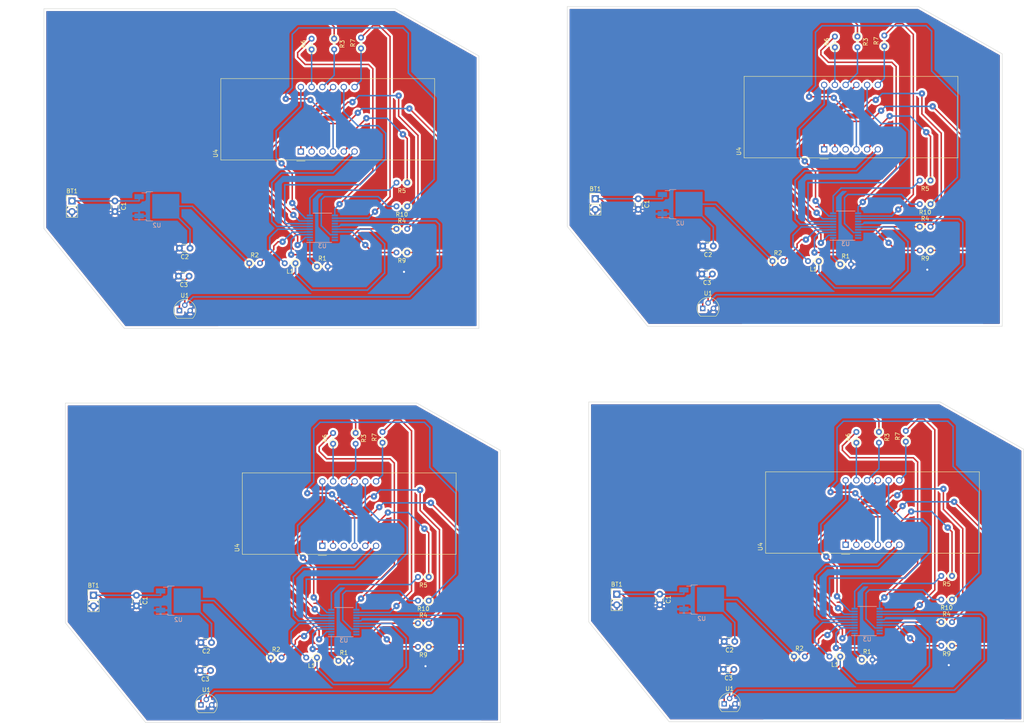
<source format=kicad_pcb>
(kicad_pcb (version 20171130) (host pcbnew 5.1.2-1.fc30)
  (layers (0 F.Cu signal) (31 B.Cu signal) (34 B.Paste user) (35 F.Paste user) (36 B.SilkS user) (37 F.SilkS user) (38 B.Mask user) (39 F.Mask user) (44 Edge.Cuts user))
  (net 0 "")
  (net 1 +9V)
  (net 2 GND)
  (net 3 "Net-(R1-Pad1)")
  (net 4 "Net-(R2-Pad2)")
  (net 5 SF)
  (net 6 SE)
  (net 7 D4)
  (net 8 D3)
  (net 9 D2)
  (net 10 D1)
  (net 11 SG)
  (net 12 SA)
  (net 13 SB)
  (net 14 "Net-(U3-Pad14)")
  (net 15 SD)
  (net 16 SC)
  (net 17 "Net-(U3-Pad19)")
  (net 18 "Net-(U3-Pad20)")
  (net 19 "Net-(U4-Pad3)")
  (net 20 "Net-(C2-Pad1)")
  (net 21 "Net-(C3-Pad1)")
  (net 22 "Net-(L1-Pad2)")
  (net 23 "Net-(R3-Pad1)")
  (net 24 "Net-(R4-Pad1)")
  (net 25 "Net-(R5-Pad2)")
  (net 26 "Net-(R6-Pad2)")
  (net 27 "Net-(R7-Pad2)")
  (net 28 "Net-(R9-Pad2)")
  (net 29 "Net-(R10-Pad2)")
  (module Display_7Segment:CA56-12CGKWA (layer F.Cu) (at 183.134 93.98 90)
    (fp_text reference U4 (at -0.44 -20.15 90) (layer F.SilkS))
    (fp_text value CA56-12CGKWA)
    (pad 1 thru_hole rect (at 0 0 90) (size 1.5 1.5) (drill 1) (layers *.Cu *.Mask) (net 6 SE))
    (pad 2 thru_hole circle (at 0 2.54 90) (size 1.5 1.5) (drill 1) (layers *.Cu *.Mask) (net 15 SD))
    (pad 3 thru_hole circle (at 0 5.08 90) (size 1.5 1.5) (drill 1) (layers *.Cu *.Mask) (net 19 "Net-(U4-Pad3)"))
    (pad 4 thru_hole circle (at 0 7.62 90) (size 1.5 1.5) (drill 1) (layers *.Cu *.Mask) (net 16 SC))
    (pad 5 thru_hole circle (at 0 10.16 90) (size 1.5 1.5) (drill 1) (layers *.Cu *.Mask) (net 11 SG))
    (pad 6 thru_hole circle (at 0 12.7 90) (size 1.5 1.5) (drill 1) (layers *.Cu *.Mask) (net 7 D4))
    (pad 7 thru_hole circle (at 15.24 12.7 90) (size 1.5 1.5) (drill 1) (layers *.Cu *.Mask) (net 13 SB))
    (pad 8 thru_hole circle (at 15.24 10.16 90) (size 1.5 1.5) (drill 1) (layers *.Cu *.Mask) (net 8 D3))
    (pad 9 thru_hole circle (at 15.24 7.62 90) (size 1.5 1.5) (drill 1) (layers *.Cu *.Mask) (net 9 D2))
    (pad 10 thru_hole circle (at 15.24 5.08 90) (size 1.5 1.5) (drill 1) (layers *.Cu *.Mask) (net 5 SF))
    (pad 11 thru_hole circle (at 15.24 2.54 90) (size 1.5 1.5) (drill 1) (layers *.Cu *.Mask) (net 12 SA))
    (pad 12 thru_hole circle (at 15.24 0 90) (size 1.5 1.5) (drill 1) (layers *.Cu *.Mask) (net 10 D1))
  )
  (module Package_TO_SOT_THT:TO-92 (layer F.Cu) (at 154.432 131.572)
    (fp_text reference U1 (at 1.27 -3.56) (layer F.SilkS))
    (fp_text value LM35-LP)
    (pad 2 thru_hole circle (at 1.27 -1.27 90) (size 1.3 1.3) (drill 0.75) (layers *.Cu *.Mask) (net 21 "Net-(C3-Pad1)"))
    (pad 3 thru_hole circle (at 2.54 0 90) (size 1.3 1.3) (drill 0.75) (layers *.Cu *.Mask) (net 2 GND))
    (pad 1 thru_hole rect (at 0 0 90) (size 1.3 1.3) (drill 0.75) (layers *.Cu *.Mask) (net 1 +9V))
  )
  (module Package_TO_SOT_SMD:TO-252-2 (layer B.Cu) (at 149.098 106.934)
    (fp_text reference U2 (at 0 4.5) (layer B.SilkS) (effects (justify mirror)))
    (fp_text value LM1117-3.3)
    (pad 1 smd rect (at -4.2 2.28) (size 2.2 1.2) (layers B.Cu B.Paste B.Mask) (net 2 GND))
    (pad 3 smd rect (at -4.2 -2.28) (size 2.2 1.2) (layers B.Cu B.Paste B.Mask) (net 1 +9V))
    (pad 2 smd rect (at 2.1 0) (size 6.4 5.8) (layers B.Cu B.Mask) (net 20 "Net-(C2-Pad1)"))
  )
  (module Package_SO:TSSOP-20_4.4x6.5mm_P0.65mm (layer B.Cu) (at 188.214 112.014)
    (fp_text reference U3 (at 0 4.3) (layer B.SilkS) (effects (justify mirror)))
    (fp_text value STM32F030F4Px)
    (pad 1 smd rect (at -2.95 2.925) (size 1.45 0.45) (layers B.Cu B.Paste B.Mask) (net 3 "Net-(R1-Pad1)"))
    (pad 2 smd rect (at -2.95 2.275) (size 1.45 0.45) (layers B.Cu B.Paste B.Mask) (net 23 "Net-(R3-Pad1)"))
    (pad 3 smd rect (at -2.95 1.625) (size 1.45 0.45) (layers B.Cu B.Paste B.Mask) (net 24 "Net-(R4-Pad1)"))
    (pad 4 smd rect (at -2.95 0.975) (size 1.45 0.45) (layers B.Cu B.Paste B.Mask) (net 4 "Net-(R2-Pad2)"))
    (pad 5 smd rect (at -2.95 0.325) (size 1.45 0.45) (layers B.Cu B.Paste B.Mask) (net 22 "Net-(L1-Pad2)"))
    (pad 6 smd rect (at -2.95 -0.325) (size 1.45 0.45) (layers B.Cu B.Paste B.Mask) (net 7 D4))
    (pad 7 smd rect (at -2.95 -0.975) (size 1.45 0.45) (layers B.Cu B.Paste B.Mask) (net 8 D3))
    (pad 8 smd rect (at -2.95 -1.625) (size 1.45 0.45) (layers B.Cu B.Paste B.Mask) (net 9 D2))
    (pad 9 smd rect (at -2.95 -2.275) (size 1.45 0.45) (layers B.Cu B.Paste B.Mask) (net 10 D1))
    (pad 10 smd rect (at -2.95 -2.925) (size 1.45 0.45) (layers B.Cu B.Paste B.Mask) (net 25 "Net-(R5-Pad2)"))
    (pad 11 smd rect (at 2.95 -2.925) (size 1.45 0.45) (layers B.Cu B.Paste B.Mask) (net 26 "Net-(R6-Pad2)"))
    (pad 12 smd rect (at 2.95 -2.275) (size 1.45 0.45) (layers B.Cu B.Paste B.Mask) (net 27 "Net-(R7-Pad2)"))
    (pad 13 smd rect (at 2.95 -1.625) (size 1.45 0.45) (layers B.Cu B.Paste B.Mask) (net 21 "Net-(C3-Pad1)"))
    (pad 14 smd rect (at 2.95 -0.975) (size 1.45 0.45) (layers B.Cu B.Paste B.Mask) (net 14 "Net-(U3-Pad14)"))
    (pad 15 smd rect (at 2.95 -0.325) (size 1.45 0.45) (layers B.Cu B.Paste B.Mask) (net 2 GND))
    (pad 16 smd rect (at 2.95 0.325) (size 1.45 0.45) (layers B.Cu B.Paste B.Mask) (net 20 "Net-(C2-Pad1)"))
    (pad 17 smd rect (at 2.95 0.975) (size 1.45 0.45) (layers B.Cu B.Paste B.Mask) (net 28 "Net-(R9-Pad2)"))
    (pad 18 smd rect (at 2.95 1.625) (size 1.45 0.45) (layers B.Cu B.Paste B.Mask) (net 29 "Net-(R10-Pad2)"))
    (pad 19 smd rect (at 2.95 2.275) (size 1.45 0.45) (layers B.Cu B.Paste B.Mask) (net 17 "Net-(U3-Pad19)"))
    (pad 20 smd rect (at 2.95 2.925) (size 1.45 0.45) (layers B.Cu B.Paste B.Mask) (net 18 "Net-(U3-Pad20)"))
  )
  (module Connector_PinHeader_2.54mm:PinHeader_1x02_P2.54mm_Vertical (layer F.Cu) (at 129.032 105.664)
    (fp_text reference BT1 (at 0 -2.33) (layer F.SilkS))
    (fp_text value Battery)
    (pad 1 thru_hole rect (at 0 0) (size 1.7 1.7) (drill 1) (layers *.Cu *.Mask) (net 1 +9V))
    (pad 2 thru_hole oval (at 0 2.54) (size 1.7 1.7) (drill 1) (layers *.Cu *.Mask) (net 2 GND))
  )
  (module Capacitor_THT:C_Disc_D3.0mm_W1.6mm_P2.50mm (layer F.Cu) (at 139.192 105.664 270)
    (fp_text reference C1 (at 1.25 -2.05 90) (layer F.SilkS))
    (fp_text value 100n)
    (pad 1 thru_hole circle (at 0 0 270) (size 1.6 1.6) (drill 0.8) (layers *.Cu *.Mask) (net 1 +9V))
    (pad 2 thru_hole circle (at 2.5 0 270) (size 1.6 1.6) (drill 0.8) (layers *.Cu *.Mask) (net 2 GND))
  )
  (module Capacitor_THT:C_Disc_D3.0mm_W1.6mm_P2.50mm (layer F.Cu) (at 156.932 116.84 180)
    (fp_text reference C2 (at 1.25 -2.05) (layer F.SilkS))
    (fp_text value 100n)
    (pad 2 thru_hole circle (at 2.5 0 180) (size 1.6 1.6) (drill 0.8) (layers *.Cu *.Mask) (net 2 GND))
    (pad 1 thru_hole circle (at 0 0 180) (size 1.6 1.6) (drill 0.8) (layers *.Cu *.Mask) (net 20 "Net-(C2-Pad1)"))
  )
  (module Capacitor_THT:C_Disc_D3.0mm_W1.6mm_P2.50mm (layer F.Cu) (at 156.718 123.444 180)
    (fp_text reference C3 (at 1.25 -2.05) (layer F.SilkS))
    (fp_text value 100n)
    (pad 1 thru_hole circle (at 0 0 180) (size 1.6 1.6) (drill 0.8) (layers *.Cu *.Mask) (net 21 "Net-(C3-Pad1)"))
    (pad 2 thru_hole circle (at 2.5 0 180) (size 1.6 1.6) (drill 0.8) (layers *.Cu *.Mask) (net 2 GND))
  )
  (module Resistor_THT:R_Axial_DIN0204_L3.6mm_D1.6mm_P2.54mm_Vertical (layer F.Cu) (at 181.864 120.396 180)
    (fp_text reference L1 (at 1.27 -1.92) (layer F.SilkS))
    (fp_text value 10uH)
    (pad 2 thru_hole oval (at 2.54 0 180) (size 1.4 1.4) (drill 0.7) (layers *.Cu *.Mask) (net 22 "Net-(L1-Pad2)"))
    (pad 1 thru_hole circle (at 0 0 180) (size 1.4 1.4) (drill 0.7) (layers *.Cu *.Mask) (net 20 "Net-(C2-Pad1)"))
  )
  (module Resistor_THT:R_Axial_DIN0204_L3.6mm_D1.6mm_P2.54mm_Vertical (layer F.Cu) (at 186.944 121.158)
    (fp_text reference R1 (at 1.27 -1.92) (layer F.SilkS))
    (fp_text value 10k)
    (pad 1 thru_hole circle (at 0 0) (size 1.4 1.4) (drill 0.7) (layers *.Cu *.Mask) (net 3 "Net-(R1-Pad1)"))
    (pad 2 thru_hole oval (at 2.54 0) (size 1.4 1.4) (drill 0.7) (layers *.Cu *.Mask) (net 2 GND))
  )
  (module Resistor_THT:R_Axial_DIN0204_L3.6mm_D1.6mm_P2.54mm_Vertical (layer F.Cu) (at 170.942 120.396)
    (fp_text reference R2 (at 1.27 -1.92) (layer F.SilkS))
    (fp_text value 10k)
    (pad 2 thru_hole oval (at 2.54 0) (size 1.4 1.4) (drill 0.7) (layers *.Cu *.Mask) (net 4 "Net-(R2-Pad2)"))
    (pad 1 thru_hole circle (at 0 0) (size 1.4 1.4) (drill 0.7) (layers *.Cu *.Mask) (net 20 "Net-(C2-Pad1)"))
  )
  (module Resistor_THT:R_Axial_DIN0204_L3.6mm_D1.6mm_P2.54mm_Vertical (layer F.Cu) (at 191.008 67.31 270)
    (fp_text reference R3 (at 1.27 -1.92 90) (layer F.SilkS))
    (fp_text value 470)
    (pad 2 thru_hole oval (at 2.54 0 270) (size 1.4 1.4) (drill 0.7) (layers *.Cu *.Mask) (net 5 SF))
    (pad 1 thru_hole circle (at 0 0 270) (size 1.4 1.4) (drill 0.7) (layers *.Cu *.Mask) (net 23 "Net-(R3-Pad1)"))
  )
  (module Resistor_THT:R_Axial_DIN0204_L3.6mm_D1.6mm_P2.54mm_Vertical (layer F.Cu) (at 205.74 112.268)
    (fp_text reference R4 (at 1.27 -1.92) (layer F.SilkS))
    (fp_text value 470)
    (pad 1 thru_hole circle (at 0 0) (size 1.4 1.4) (drill 0.7) (layers *.Cu *.Mask) (net 24 "Net-(R4-Pad1)"))
    (pad 2 thru_hole oval (at 2.54 0) (size 1.4 1.4) (drill 0.7) (layers *.Cu *.Mask) (net 6 SE))
  )
  (module Resistor_THT:R_Axial_DIN0204_L3.6mm_D1.6mm_P2.54mm_Vertical (layer F.Cu) (at 208.28 101.346 180)
    (fp_text reference R5 (at 1.27 -1.92) (layer F.SilkS))
    (fp_text value 470)
    (pad 1 thru_hole circle (at 0 0 180) (size 1.4 1.4) (drill 0.7) (layers *.Cu *.Mask) (net 11 SG))
    (pad 2 thru_hole oval (at 2.54 0 180) (size 1.4 1.4) (drill 0.7) (layers *.Cu *.Mask) (net 25 "Net-(R5-Pad2)"))
  )
  (module Resistor_THT:R_Axial_DIN0204_L3.6mm_D1.6mm_P2.54mm_Vertical (layer F.Cu) (at 185.674 69.85 90)
    (fp_text reference R6 (at 1.27 -1.92 90) (layer F.SilkS))
    (fp_text value 470)
    (pad 2 thru_hole oval (at 2.54 0 90) (size 1.4 1.4) (drill 0.7) (layers *.Cu *.Mask) (net 26 "Net-(R6-Pad2)"))
    (pad 1 thru_hole circle (at 0 0 90) (size 1.4 1.4) (drill 0.7) (layers *.Cu *.Mask) (net 12 SA))
  )
  (module Resistor_THT:R_Axial_DIN0204_L3.6mm_D1.6mm_P2.54mm_Vertical (layer F.Cu) (at 197.358 69.596 90)
    (fp_text reference R7 (at 1.27 -1.92 90) (layer F.SilkS))
    (fp_text value 470)
    (pad 1 thru_hole circle (at 0 0 90) (size 1.4 1.4) (drill 0.7) (layers *.Cu *.Mask) (net 13 SB))
    (pad 2 thru_hole oval (at 2.54 0 90) (size 1.4 1.4) (drill 0.7) (layers *.Cu *.Mask) (net 27 "Net-(R7-Pad2)"))
  )
  (module Resistor_THT:R_Axial_DIN0204_L3.6mm_D1.6mm_P2.54mm_Vertical (layer F.Cu) (at 208.28 117.856 180)
    (fp_text reference R9 (at 1.27 -1.92) (layer F.SilkS))
    (fp_text value 470)
    (pad 2 thru_hole oval (at 2.54 0 180) (size 1.4 1.4) (drill 0.7) (layers *.Cu *.Mask) (net 28 "Net-(R9-Pad2)"))
    (pad 1 thru_hole circle (at 0 0 180) (size 1.4 1.4) (drill 0.7) (layers *.Cu *.Mask) (net 15 SD))
  )
  (module Resistor_THT:R_Axial_DIN0204_L3.6mm_D1.6mm_P2.54mm_Vertical (layer F.Cu) (at 208.28 106.934 180)
    (fp_text reference R10 (at 1.27 -1.92) (layer F.SilkS))
    (fp_text value 470)
    (pad 1 thru_hole circle (at 0 0 180) (size 1.4 1.4) (drill 0.7) (layers *.Cu *.Mask) (net 16 SC))
    (pad 2 thru_hole oval (at 2.54 0 180) (size 1.4 1.4) (drill 0.7) (layers *.Cu *.Mask) (net 29 "Net-(R10-Pad2)"))
  )
  (module Display_7Segment:CA56-12CGKWA (layer F.Cu) (at 59.436 94.234 90)
    (fp_text reference U4 (at -0.44 -20.15 90) (layer F.SilkS))
    (fp_text value CA56-12CGKWA)
    (pad 1 thru_hole rect (at 0 0 90) (size 1.5 1.5) (drill 1) (layers *.Cu *.Mask) (net 6 SE))
    (pad 2 thru_hole circle (at 0 2.54 90) (size 1.5 1.5) (drill 1) (layers *.Cu *.Mask) (net 15 SD))
    (pad 3 thru_hole circle (at 0 5.08 90) (size 1.5 1.5) (drill 1) (layers *.Cu *.Mask) (net 19 "Net-(U4-Pad3)"))
    (pad 4 thru_hole circle (at 0 7.62 90) (size 1.5 1.5) (drill 1) (layers *.Cu *.Mask) (net 16 SC))
    (pad 5 thru_hole circle (at 0 10.16 90) (size 1.5 1.5) (drill 1) (layers *.Cu *.Mask) (net 11 SG))
    (pad 6 thru_hole circle (at 0 12.7 90) (size 1.5 1.5) (drill 1) (layers *.Cu *.Mask) (net 7 D4))
    (pad 7 thru_hole circle (at 15.24 12.7 90) (size 1.5 1.5) (drill 1) (layers *.Cu *.Mask) (net 13 SB))
    (pad 8 thru_hole circle (at 15.24 10.16 90) (size 1.5 1.5) (drill 1) (layers *.Cu *.Mask) (net 8 D3))
    (pad 9 thru_hole circle (at 15.24 7.62 90) (size 1.5 1.5) (drill 1) (layers *.Cu *.Mask) (net 9 D2))
    (pad 10 thru_hole circle (at 15.24 5.08 90) (size 1.5 1.5) (drill 1) (layers *.Cu *.Mask) (net 5 SF))
    (pad 11 thru_hole circle (at 15.24 2.54 90) (size 1.5 1.5) (drill 1) (layers *.Cu *.Mask) (net 12 SA))
    (pad 12 thru_hole circle (at 15.24 0 90) (size 1.5 1.5) (drill 1) (layers *.Cu *.Mask) (net 10 D1))
  )
  (module Package_TO_SOT_THT:TO-92 (layer F.Cu) (at 30.734 131.826)
    (fp_text reference U1 (at 1.27 -3.56) (layer F.SilkS))
    (fp_text value LM35-LP)
    (pad 2 thru_hole circle (at 1.27 -1.27 90) (size 1.3 1.3) (drill 0.75) (layers *.Cu *.Mask) (net 21 "Net-(C3-Pad1)"))
    (pad 3 thru_hole circle (at 2.54 0 90) (size 1.3 1.3) (drill 0.75) (layers *.Cu *.Mask) (net 2 GND))
    (pad 1 thru_hole rect (at 0 0 90) (size 1.3 1.3) (drill 0.75) (layers *.Cu *.Mask) (net 1 +9V))
  )
  (module Package_TO_SOT_SMD:TO-252-2 (layer B.Cu) (at 25.4 107.188)
    (fp_text reference U2 (at 0 4.5) (layer B.SilkS) (effects (justify mirror)))
    (fp_text value LM1117-3.3)
    (pad 1 smd rect (at -4.2 2.28) (size 2.2 1.2) (layers B.Cu B.Paste B.Mask) (net 2 GND))
    (pad 3 smd rect (at -4.2 -2.28) (size 2.2 1.2) (layers B.Cu B.Paste B.Mask) (net 1 +9V))
    (pad 2 smd rect (at 2.1 0) (size 6.4 5.8) (layers B.Cu B.Mask) (net 20 "Net-(C2-Pad1)"))
  )
  (module Package_SO:TSSOP-20_4.4x6.5mm_P0.65mm (layer B.Cu) (at 64.516 112.268)
    (fp_text reference U3 (at 0 4.3) (layer B.SilkS) (effects (justify mirror)))
    (fp_text value STM32F030F4Px)
    (pad 1 smd rect (at -2.95 2.925) (size 1.45 0.45) (layers B.Cu B.Paste B.Mask) (net 3 "Net-(R1-Pad1)"))
    (pad 2 smd rect (at -2.95 2.275) (size 1.45 0.45) (layers B.Cu B.Paste B.Mask) (net 23 "Net-(R3-Pad1)"))
    (pad 3 smd rect (at -2.95 1.625) (size 1.45 0.45) (layers B.Cu B.Paste B.Mask) (net 24 "Net-(R4-Pad1)"))
    (pad 4 smd rect (at -2.95 0.975) (size 1.45 0.45) (layers B.Cu B.Paste B.Mask) (net 4 "Net-(R2-Pad2)"))
    (pad 5 smd rect (at -2.95 0.325) (size 1.45 0.45) (layers B.Cu B.Paste B.Mask) (net 22 "Net-(L1-Pad2)"))
    (pad 6 smd rect (at -2.95 -0.325) (size 1.45 0.45) (layers B.Cu B.Paste B.Mask) (net 7 D4))
    (pad 7 smd rect (at -2.95 -0.975) (size 1.45 0.45) (layers B.Cu B.Paste B.Mask) (net 8 D3))
    (pad 8 smd rect (at -2.95 -1.625) (size 1.45 0.45) (layers B.Cu B.Paste B.Mask) (net 9 D2))
    (pad 9 smd rect (at -2.95 -2.275) (size 1.45 0.45) (layers B.Cu B.Paste B.Mask) (net 10 D1))
    (pad 10 smd rect (at -2.95 -2.925) (size 1.45 0.45) (layers B.Cu B.Paste B.Mask) (net 25 "Net-(R5-Pad2)"))
    (pad 11 smd rect (at 2.95 -2.925) (size 1.45 0.45) (layers B.Cu B.Paste B.Mask) (net 26 "Net-(R6-Pad2)"))
    (pad 12 smd rect (at 2.95 -2.275) (size 1.45 0.45) (layers B.Cu B.Paste B.Mask) (net 27 "Net-(R7-Pad2)"))
    (pad 13 smd rect (at 2.95 -1.625) (size 1.45 0.45) (layers B.Cu B.Paste B.Mask) (net 21 "Net-(C3-Pad1)"))
    (pad 14 smd rect (at 2.95 -0.975) (size 1.45 0.45) (layers B.Cu B.Paste B.Mask) (net 14 "Net-(U3-Pad14)"))
    (pad 15 smd rect (at 2.95 -0.325) (size 1.45 0.45) (layers B.Cu B.Paste B.Mask) (net 2 GND))
    (pad 16 smd rect (at 2.95 0.325) (size 1.45 0.45) (layers B.Cu B.Paste B.Mask) (net 20 "Net-(C2-Pad1)"))
    (pad 17 smd rect (at 2.95 0.975) (size 1.45 0.45) (layers B.Cu B.Paste B.Mask) (net 28 "Net-(R9-Pad2)"))
    (pad 18 smd rect (at 2.95 1.625) (size 1.45 0.45) (layers B.Cu B.Paste B.Mask) (net 29 "Net-(R10-Pad2)"))
    (pad 19 smd rect (at 2.95 2.275) (size 1.45 0.45) (layers B.Cu B.Paste B.Mask) (net 17 "Net-(U3-Pad19)"))
    (pad 20 smd rect (at 2.95 2.925) (size 1.45 0.45) (layers B.Cu B.Paste B.Mask) (net 18 "Net-(U3-Pad20)"))
  )
  (module Connector_PinHeader_2.54mm:PinHeader_1x02_P2.54mm_Vertical (layer F.Cu) (at 5.334 105.918)
    (fp_text reference BT1 (at 0 -2.33) (layer F.SilkS))
    (fp_text value Battery)
    (pad 1 thru_hole rect (at 0 0) (size 1.7 1.7) (drill 1) (layers *.Cu *.Mask) (net 1 +9V))
    (pad 2 thru_hole oval (at 0 2.54) (size 1.7 1.7) (drill 1) (layers *.Cu *.Mask) (net 2 GND))
  )
  (module Capacitor_THT:C_Disc_D3.0mm_W1.6mm_P2.50mm (layer F.Cu) (at 15.494 105.918 270)
    (fp_text reference C1 (at 1.25 -2.05 90) (layer F.SilkS))
    (fp_text value 100n)
    (pad 1 thru_hole circle (at 0 0 270) (size 1.6 1.6) (drill 0.8) (layers *.Cu *.Mask) (net 1 +9V))
    (pad 2 thru_hole circle (at 2.5 0 270) (size 1.6 1.6) (drill 0.8) (layers *.Cu *.Mask) (net 2 GND))
  )
  (module Capacitor_THT:C_Disc_D3.0mm_W1.6mm_P2.50mm (layer F.Cu) (at 33.234 117.094 180)
    (fp_text reference C2 (at 1.25 -2.05) (layer F.SilkS))
    (fp_text value 100n)
    (pad 2 thru_hole circle (at 2.5 0 180) (size 1.6 1.6) (drill 0.8) (layers *.Cu *.Mask) (net 2 GND))
    (pad 1 thru_hole circle (at 0 0 180) (size 1.6 1.6) (drill 0.8) (layers *.Cu *.Mask) (net 20 "Net-(C2-Pad1)"))
  )
  (module Capacitor_THT:C_Disc_D3.0mm_W1.6mm_P2.50mm (layer F.Cu) (at 33.02 123.698 180)
    (fp_text reference C3 (at 1.25 -2.05) (layer F.SilkS))
    (fp_text value 100n)
    (pad 1 thru_hole circle (at 0 0 180) (size 1.6 1.6) (drill 0.8) (layers *.Cu *.Mask) (net 21 "Net-(C3-Pad1)"))
    (pad 2 thru_hole circle (at 2.5 0 180) (size 1.6 1.6) (drill 0.8) (layers *.Cu *.Mask) (net 2 GND))
  )
  (module Resistor_THT:R_Axial_DIN0204_L3.6mm_D1.6mm_P2.54mm_Vertical (layer F.Cu) (at 58.166 120.65 180)
    (fp_text reference L1 (at 1.27 -1.92) (layer F.SilkS))
    (fp_text value 10uH)
    (pad 2 thru_hole oval (at 2.54 0 180) (size 1.4 1.4) (drill 0.7) (layers *.Cu *.Mask) (net 22 "Net-(L1-Pad2)"))
    (pad 1 thru_hole circle (at 0 0 180) (size 1.4 1.4) (drill 0.7) (layers *.Cu *.Mask) (net 20 "Net-(C2-Pad1)"))
  )
  (module Resistor_THT:R_Axial_DIN0204_L3.6mm_D1.6mm_P2.54mm_Vertical (layer F.Cu) (at 63.246 121.412)
    (fp_text reference R1 (at 1.27 -1.92) (layer F.SilkS))
    (fp_text value 10k)
    (pad 1 thru_hole circle (at 0 0) (size 1.4 1.4) (drill 0.7) (layers *.Cu *.Mask) (net 3 "Net-(R1-Pad1)"))
    (pad 2 thru_hole oval (at 2.54 0) (size 1.4 1.4) (drill 0.7) (layers *.Cu *.Mask) (net 2 GND))
  )
  (module Resistor_THT:R_Axial_DIN0204_L3.6mm_D1.6mm_P2.54mm_Vertical (layer F.Cu) (at 47.244 120.65)
    (fp_text reference R2 (at 1.27 -1.92) (layer F.SilkS))
    (fp_text value 10k)
    (pad 2 thru_hole oval (at 2.54 0) (size 1.4 1.4) (drill 0.7) (layers *.Cu *.Mask) (net 4 "Net-(R2-Pad2)"))
    (pad 1 thru_hole circle (at 0 0) (size 1.4 1.4) (drill 0.7) (layers *.Cu *.Mask) (net 20 "Net-(C2-Pad1)"))
  )
  (module Resistor_THT:R_Axial_DIN0204_L3.6mm_D1.6mm_P2.54mm_Vertical (layer F.Cu) (at 67.31 67.564 270)
    (fp_text reference R3 (at 1.27 -1.92 90) (layer F.SilkS))
    (fp_text value 470)
    (pad 2 thru_hole oval (at 2.54 0 270) (size 1.4 1.4) (drill 0.7) (layers *.Cu *.Mask) (net 5 SF))
    (pad 1 thru_hole circle (at 0 0 270) (size 1.4 1.4) (drill 0.7) (layers *.Cu *.Mask) (net 23 "Net-(R3-Pad1)"))
  )
  (module Resistor_THT:R_Axial_DIN0204_L3.6mm_D1.6mm_P2.54mm_Vertical (layer F.Cu) (at 82.042 112.522)
    (fp_text reference R4 (at 1.27 -1.92) (layer F.SilkS))
    (fp_text value 470)
    (pad 1 thru_hole circle (at 0 0) (size 1.4 1.4) (drill 0.7) (layers *.Cu *.Mask) (net 24 "Net-(R4-Pad1)"))
    (pad 2 thru_hole oval (at 2.54 0) (size 1.4 1.4) (drill 0.7) (layers *.Cu *.Mask) (net 6 SE))
  )
  (module Resistor_THT:R_Axial_DIN0204_L3.6mm_D1.6mm_P2.54mm_Vertical (layer F.Cu) (at 84.582 101.6 180)
    (fp_text reference R5 (at 1.27 -1.92) (layer F.SilkS))
    (fp_text value 470)
    (pad 1 thru_hole circle (at 0 0 180) (size 1.4 1.4) (drill 0.7) (layers *.Cu *.Mask) (net 11 SG))
    (pad 2 thru_hole oval (at 2.54 0 180) (size 1.4 1.4) (drill 0.7) (layers *.Cu *.Mask) (net 25 "Net-(R5-Pad2)"))
  )
  (module Resistor_THT:R_Axial_DIN0204_L3.6mm_D1.6mm_P2.54mm_Vertical (layer F.Cu) (at 61.976 70.104 90)
    (fp_text reference R6 (at 1.27 -1.92 90) (layer F.SilkS))
    (fp_text value 470)
    (pad 2 thru_hole oval (at 2.54 0 90) (size 1.4 1.4) (drill 0.7) (layers *.Cu *.Mask) (net 26 "Net-(R6-Pad2)"))
    (pad 1 thru_hole circle (at 0 0 90) (size 1.4 1.4) (drill 0.7) (layers *.Cu *.Mask) (net 12 SA))
  )
  (module Resistor_THT:R_Axial_DIN0204_L3.6mm_D1.6mm_P2.54mm_Vertical (layer F.Cu) (at 73.66 69.85 90)
    (fp_text reference R7 (at 1.27 -1.92 90) (layer F.SilkS))
    (fp_text value 470)
    (pad 1 thru_hole circle (at 0 0 90) (size 1.4 1.4) (drill 0.7) (layers *.Cu *.Mask) (net 13 SB))
    (pad 2 thru_hole oval (at 2.54 0 90) (size 1.4 1.4) (drill 0.7) (layers *.Cu *.Mask) (net 27 "Net-(R7-Pad2)"))
  )
  (module Resistor_THT:R_Axial_DIN0204_L3.6mm_D1.6mm_P2.54mm_Vertical (layer F.Cu) (at 84.582 118.11 180)
    (fp_text reference R9 (at 1.27 -1.92) (layer F.SilkS))
    (fp_text value 470)
    (pad 2 thru_hole oval (at 2.54 0 180) (size 1.4 1.4) (drill 0.7) (layers *.Cu *.Mask) (net 28 "Net-(R9-Pad2)"))
    (pad 1 thru_hole circle (at 0 0 180) (size 1.4 1.4) (drill 0.7) (layers *.Cu *.Mask) (net 15 SD))
  )
  (module Resistor_THT:R_Axial_DIN0204_L3.6mm_D1.6mm_P2.54mm_Vertical (layer F.Cu) (at 84.582 107.188 180)
    (fp_text reference R10 (at 1.27 -1.92) (layer F.SilkS))
    (fp_text value 470)
    (pad 1 thru_hole circle (at 0 0 180) (size 1.4 1.4) (drill 0.7) (layers *.Cu *.Mask) (net 16 SC))
    (pad 2 thru_hole oval (at 2.54 0 180) (size 1.4 1.4) (drill 0.7) (layers *.Cu *.Mask) (net 29 "Net-(R10-Pad2)"))
  )
  (module Display_7Segment:CA56-12CGKWA (layer F.Cu) (at 54.356 1.016 90)
    (fp_text reference U4 (at -0.44 -20.15 90) (layer F.SilkS))
    (fp_text value CA56-12CGKWA)
    (pad 1 thru_hole rect (at 0 0 90) (size 1.5 1.5) (drill 1) (layers *.Cu *.Mask) (net 6 SE))
    (pad 2 thru_hole circle (at 0 2.54 90) (size 1.5 1.5) (drill 1) (layers *.Cu *.Mask) (net 15 SD))
    (pad 3 thru_hole circle (at 0 5.08 90) (size 1.5 1.5) (drill 1) (layers *.Cu *.Mask) (net 19 "Net-(U4-Pad3)"))
    (pad 4 thru_hole circle (at 0 7.62 90) (size 1.5 1.5) (drill 1) (layers *.Cu *.Mask) (net 16 SC))
    (pad 5 thru_hole circle (at 0 10.16 90) (size 1.5 1.5) (drill 1) (layers *.Cu *.Mask) (net 11 SG))
    (pad 6 thru_hole circle (at 0 12.7 90) (size 1.5 1.5) (drill 1) (layers *.Cu *.Mask) (net 7 D4))
    (pad 7 thru_hole circle (at 15.24 12.7 90) (size 1.5 1.5) (drill 1) (layers *.Cu *.Mask) (net 13 SB))
    (pad 8 thru_hole circle (at 15.24 10.16 90) (size 1.5 1.5) (drill 1) (layers *.Cu *.Mask) (net 8 D3))
    (pad 9 thru_hole circle (at 15.24 7.62 90) (size 1.5 1.5) (drill 1) (layers *.Cu *.Mask) (net 9 D2))
    (pad 10 thru_hole circle (at 15.24 5.08 90) (size 1.5 1.5) (drill 1) (layers *.Cu *.Mask) (net 5 SF))
    (pad 11 thru_hole circle (at 15.24 2.54 90) (size 1.5 1.5) (drill 1) (layers *.Cu *.Mask) (net 12 SA))
    (pad 12 thru_hole circle (at 15.24 0 90) (size 1.5 1.5) (drill 1) (layers *.Cu *.Mask) (net 10 D1))
  )
  (module Package_TO_SOT_THT:TO-92 (layer F.Cu) (at 25.654 38.608)
    (fp_text reference U1 (at 1.27 -3.56) (layer F.SilkS))
    (fp_text value LM35-LP)
    (pad 2 thru_hole circle (at 1.27 -1.27 90) (size 1.3 1.3) (drill 0.75) (layers *.Cu *.Mask) (net 21 "Net-(C3-Pad1)"))
    (pad 3 thru_hole circle (at 2.54 0 90) (size 1.3 1.3) (drill 0.75) (layers *.Cu *.Mask) (net 2 GND))
    (pad 1 thru_hole rect (at 0 0 90) (size 1.3 1.3) (drill 0.75) (layers *.Cu *.Mask) (net 1 +9V))
  )
  (module Package_TO_SOT_SMD:TO-252-2 (layer B.Cu) (at 20.32 13.97)
    (fp_text reference U2 (at 0 4.5) (layer B.SilkS) (effects (justify mirror)))
    (fp_text value LM1117-3.3)
    (pad 1 smd rect (at -4.2 2.28) (size 2.2 1.2) (layers B.Cu B.Paste B.Mask) (net 2 GND))
    (pad 3 smd rect (at -4.2 -2.28) (size 2.2 1.2) (layers B.Cu B.Paste B.Mask) (net 1 +9V))
    (pad 2 smd rect (at 2.1 0) (size 6.4 5.8) (layers B.Cu B.Mask) (net 20 "Net-(C2-Pad1)"))
  )
  (module Package_SO:TSSOP-20_4.4x6.5mm_P0.65mm (layer B.Cu) (at 59.436 19.05)
    (fp_text reference U3 (at 0 4.3) (layer B.SilkS) (effects (justify mirror)))
    (fp_text value STM32F030F4Px)
    (pad 1 smd rect (at -2.95 2.925) (size 1.45 0.45) (layers B.Cu B.Paste B.Mask) (net 3 "Net-(R1-Pad1)"))
    (pad 2 smd rect (at -2.95 2.275) (size 1.45 0.45) (layers B.Cu B.Paste B.Mask) (net 23 "Net-(R3-Pad1)"))
    (pad 3 smd rect (at -2.95 1.625) (size 1.45 0.45) (layers B.Cu B.Paste B.Mask) (net 24 "Net-(R4-Pad1)"))
    (pad 4 smd rect (at -2.95 0.975) (size 1.45 0.45) (layers B.Cu B.Paste B.Mask) (net 4 "Net-(R2-Pad2)"))
    (pad 5 smd rect (at -2.95 0.325) (size 1.45 0.45) (layers B.Cu B.Paste B.Mask) (net 22 "Net-(L1-Pad2)"))
    (pad 6 smd rect (at -2.95 -0.325) (size 1.45 0.45) (layers B.Cu B.Paste B.Mask) (net 7 D4))
    (pad 7 smd rect (at -2.95 -0.975) (size 1.45 0.45) (layers B.Cu B.Paste B.Mask) (net 8 D3))
    (pad 8 smd rect (at -2.95 -1.625) (size 1.45 0.45) (layers B.Cu B.Paste B.Mask) (net 9 D2))
    (pad 9 smd rect (at -2.95 -2.275) (size 1.45 0.45) (layers B.Cu B.Paste B.Mask) (net 10 D1))
    (pad 10 smd rect (at -2.95 -2.925) (size 1.45 0.45) (layers B.Cu B.Paste B.Mask) (net 25 "Net-(R5-Pad2)"))
    (pad 11 smd rect (at 2.95 -2.925) (size 1.45 0.45) (layers B.Cu B.Paste B.Mask) (net 26 "Net-(R6-Pad2)"))
    (pad 12 smd rect (at 2.95 -2.275) (size 1.45 0.45) (layers B.Cu B.Paste B.Mask) (net 27 "Net-(R7-Pad2)"))
    (pad 13 smd rect (at 2.95 -1.625) (size 1.45 0.45) (layers B.Cu B.Paste B.Mask) (net 21 "Net-(C3-Pad1)"))
    (pad 14 smd rect (at 2.95 -0.975) (size 1.45 0.45) (layers B.Cu B.Paste B.Mask) (net 14 "Net-(U3-Pad14)"))
    (pad 15 smd rect (at 2.95 -0.325) (size 1.45 0.45) (layers B.Cu B.Paste B.Mask) (net 2 GND))
    (pad 16 smd rect (at 2.95 0.325) (size 1.45 0.45) (layers B.Cu B.Paste B.Mask) (net 20 "Net-(C2-Pad1)"))
    (pad 17 smd rect (at 2.95 0.975) (size 1.45 0.45) (layers B.Cu B.Paste B.Mask) (net 28 "Net-(R9-Pad2)"))
    (pad 18 smd rect (at 2.95 1.625) (size 1.45 0.45) (layers B.Cu B.Paste B.Mask) (net 29 "Net-(R10-Pad2)"))
    (pad 19 smd rect (at 2.95 2.275) (size 1.45 0.45) (layers B.Cu B.Paste B.Mask) (net 17 "Net-(U3-Pad19)"))
    (pad 20 smd rect (at 2.95 2.925) (size 1.45 0.45) (layers B.Cu B.Paste B.Mask) (net 18 "Net-(U3-Pad20)"))
  )
  (module Connector_PinHeader_2.54mm:PinHeader_1x02_P2.54mm_Vertical (layer F.Cu) (at 0.254 12.7)
    (fp_text reference BT1 (at 0 -2.33) (layer F.SilkS))
    (fp_text value Battery)
    (pad 1 thru_hole rect (at 0 0) (size 1.7 1.7) (drill 1) (layers *.Cu *.Mask) (net 1 +9V))
    (pad 2 thru_hole oval (at 0 2.54) (size 1.7 1.7) (drill 1) (layers *.Cu *.Mask) (net 2 GND))
  )
  (module Capacitor_THT:C_Disc_D3.0mm_W1.6mm_P2.50mm (layer F.Cu) (at 10.414 12.7 270)
    (fp_text reference C1 (at 1.25 -2.05 90) (layer F.SilkS))
    (fp_text value 100n)
    (pad 1 thru_hole circle (at 0 0 270) (size 1.6 1.6) (drill 0.8) (layers *.Cu *.Mask) (net 1 +9V))
    (pad 2 thru_hole circle (at 2.5 0 270) (size 1.6 1.6) (drill 0.8) (layers *.Cu *.Mask) (net 2 GND))
  )
  (module Capacitor_THT:C_Disc_D3.0mm_W1.6mm_P2.50mm (layer F.Cu) (at 28.154 23.876 180)
    (fp_text reference C2 (at 1.25 -2.05) (layer F.SilkS))
    (fp_text value 100n)
    (pad 2 thru_hole circle (at 2.5 0 180) (size 1.6 1.6) (drill 0.8) (layers *.Cu *.Mask) (net 2 GND))
    (pad 1 thru_hole circle (at 0 0 180) (size 1.6 1.6) (drill 0.8) (layers *.Cu *.Mask) (net 20 "Net-(C2-Pad1)"))
  )
  (module Capacitor_THT:C_Disc_D3.0mm_W1.6mm_P2.50mm (layer F.Cu) (at 27.94 30.48 180)
    (fp_text reference C3 (at 1.25 -2.05) (layer F.SilkS))
    (fp_text value 100n)
    (pad 1 thru_hole circle (at 0 0 180) (size 1.6 1.6) (drill 0.8) (layers *.Cu *.Mask) (net 21 "Net-(C3-Pad1)"))
    (pad 2 thru_hole circle (at 2.5 0 180) (size 1.6 1.6) (drill 0.8) (layers *.Cu *.Mask) (net 2 GND))
  )
  (module Resistor_THT:R_Axial_DIN0204_L3.6mm_D1.6mm_P2.54mm_Vertical (layer F.Cu) (at 53.086 27.432 180)
    (fp_text reference L1 (at 1.27 -1.92) (layer F.SilkS))
    (fp_text value 10uH)
    (pad 2 thru_hole oval (at 2.54 0 180) (size 1.4 1.4) (drill 0.7) (layers *.Cu *.Mask) (net 22 "Net-(L1-Pad2)"))
    (pad 1 thru_hole circle (at 0 0 180) (size 1.4 1.4) (drill 0.7) (layers *.Cu *.Mask) (net 20 "Net-(C2-Pad1)"))
  )
  (module Resistor_THT:R_Axial_DIN0204_L3.6mm_D1.6mm_P2.54mm_Vertical (layer F.Cu) (at 58.166 28.194)
    (fp_text reference R1 (at 1.27 -1.92) (layer F.SilkS))
    (fp_text value 10k)
    (pad 1 thru_hole circle (at 0 0) (size 1.4 1.4) (drill 0.7) (layers *.Cu *.Mask) (net 3 "Net-(R1-Pad1)"))
    (pad 2 thru_hole oval (at 2.54 0) (size 1.4 1.4) (drill 0.7) (layers *.Cu *.Mask) (net 2 GND))
  )
  (module Resistor_THT:R_Axial_DIN0204_L3.6mm_D1.6mm_P2.54mm_Vertical (layer F.Cu) (at 42.164 27.432)
    (fp_text reference R2 (at 1.27 -1.92) (layer F.SilkS))
    (fp_text value 10k)
    (pad 2 thru_hole oval (at 2.54 0) (size 1.4 1.4) (drill 0.7) (layers *.Cu *.Mask) (net 4 "Net-(R2-Pad2)"))
    (pad 1 thru_hole circle (at 0 0) (size 1.4 1.4) (drill 0.7) (layers *.Cu *.Mask) (net 20 "Net-(C2-Pad1)"))
  )
  (module Resistor_THT:R_Axial_DIN0204_L3.6mm_D1.6mm_P2.54mm_Vertical (layer F.Cu) (at 62.23 -25.654 270)
    (fp_text reference R3 (at 1.27 -1.92 90) (layer F.SilkS))
    (fp_text value 470)
    (pad 2 thru_hole oval (at 2.54 0 270) (size 1.4 1.4) (drill 0.7) (layers *.Cu *.Mask) (net 5 SF))
    (pad 1 thru_hole circle (at 0 0 270) (size 1.4 1.4) (drill 0.7) (layers *.Cu *.Mask) (net 23 "Net-(R3-Pad1)"))
  )
  (module Resistor_THT:R_Axial_DIN0204_L3.6mm_D1.6mm_P2.54mm_Vertical (layer F.Cu) (at 76.962 19.304)
    (fp_text reference R4 (at 1.27 -1.92) (layer F.SilkS))
    (fp_text value 470)
    (pad 1 thru_hole circle (at 0 0) (size 1.4 1.4) (drill 0.7) (layers *.Cu *.Mask) (net 24 "Net-(R4-Pad1)"))
    (pad 2 thru_hole oval (at 2.54 0) (size 1.4 1.4) (drill 0.7) (layers *.Cu *.Mask) (net 6 SE))
  )
  (module Resistor_THT:R_Axial_DIN0204_L3.6mm_D1.6mm_P2.54mm_Vertical (layer F.Cu) (at 79.502 8.382 180)
    (fp_text reference R5 (at 1.27 -1.92) (layer F.SilkS))
    (fp_text value 470)
    (pad 1 thru_hole circle (at 0 0 180) (size 1.4 1.4) (drill 0.7) (layers *.Cu *.Mask) (net 11 SG))
    (pad 2 thru_hole oval (at 2.54 0 180) (size 1.4 1.4) (drill 0.7) (layers *.Cu *.Mask) (net 25 "Net-(R5-Pad2)"))
  )
  (module Resistor_THT:R_Axial_DIN0204_L3.6mm_D1.6mm_P2.54mm_Vertical (layer F.Cu) (at 56.896 -23.114 90)
    (fp_text reference R6 (at 1.27 -1.92 90) (layer F.SilkS))
    (fp_text value 470)
    (pad 2 thru_hole oval (at 2.54 0 90) (size 1.4 1.4) (drill 0.7) (layers *.Cu *.Mask) (net 26 "Net-(R6-Pad2)"))
    (pad 1 thru_hole circle (at 0 0 90) (size 1.4 1.4) (drill 0.7) (layers *.Cu *.Mask) (net 12 SA))
  )
  (module Resistor_THT:R_Axial_DIN0204_L3.6mm_D1.6mm_P2.54mm_Vertical (layer F.Cu) (at 68.58 -23.368 90)
    (fp_text reference R7 (at 1.27 -1.92 90) (layer F.SilkS))
    (fp_text value 470)
    (pad 1 thru_hole circle (at 0 0 90) (size 1.4 1.4) (drill 0.7) (layers *.Cu *.Mask) (net 13 SB))
    (pad 2 thru_hole oval (at 2.54 0 90) (size 1.4 1.4) (drill 0.7) (layers *.Cu *.Mask) (net 27 "Net-(R7-Pad2)"))
  )
  (module Resistor_THT:R_Axial_DIN0204_L3.6mm_D1.6mm_P2.54mm_Vertical (layer F.Cu) (at 79.502 24.892 180)
    (fp_text reference R9 (at 1.27 -1.92) (layer F.SilkS))
    (fp_text value 470)
    (pad 2 thru_hole oval (at 2.54 0 180) (size 1.4 1.4) (drill 0.7) (layers *.Cu *.Mask) (net 28 "Net-(R9-Pad2)"))
    (pad 1 thru_hole circle (at 0 0 180) (size 1.4 1.4) (drill 0.7) (layers *.Cu *.Mask) (net 15 SD))
  )
  (module Resistor_THT:R_Axial_DIN0204_L3.6mm_D1.6mm_P2.54mm_Vertical (layer F.Cu) (at 79.502 13.97 180)
    (fp_text reference R10 (at 1.27 -1.92) (layer F.SilkS))
    (fp_text value 470)
    (pad 1 thru_hole circle (at 0 0 180) (size 1.4 1.4) (drill 0.7) (layers *.Cu *.Mask) (net 16 SC))
    (pad 2 thru_hole oval (at 2.54 0 180) (size 1.4 1.4) (drill 0.7) (layers *.Cu *.Mask) (net 29 "Net-(R10-Pad2)"))
  )
  (module Display_7Segment:CA56-12CGKWA (layer F.Cu) (at 178.054 0.508 90)
    (fp_text reference U4 (at -0.44 -20.15 90) (layer F.SilkS))
    (fp_text value CA56-12CGKWA)
    (pad 1 thru_hole rect (at 0 0 90) (size 1.5 1.5) (drill 1) (layers *.Cu *.Mask) (net 6 SE))
    (pad 2 thru_hole circle (at 0 2.54 90) (size 1.5 1.5) (drill 1) (layers *.Cu *.Mask) (net 15 SD))
    (pad 3 thru_hole circle (at 0 5.08 90) (size 1.5 1.5) (drill 1) (layers *.Cu *.Mask) (net 19 "Net-(U4-Pad3)"))
    (pad 4 thru_hole circle (at 0 7.62 90) (size 1.5 1.5) (drill 1) (layers *.Cu *.Mask) (net 16 SC))
    (pad 5 thru_hole circle (at 0 10.16 90) (size 1.5 1.5) (drill 1) (layers *.Cu *.Mask) (net 11 SG))
    (pad 6 thru_hole circle (at 0 12.7 90) (size 1.5 1.5) (drill 1) (layers *.Cu *.Mask) (net 7 D4))
    (pad 7 thru_hole circle (at 15.24 12.7 90) (size 1.5 1.5) (drill 1) (layers *.Cu *.Mask) (net 13 SB))
    (pad 8 thru_hole circle (at 15.24 10.16 90) (size 1.5 1.5) (drill 1) (layers *.Cu *.Mask) (net 8 D3))
    (pad 9 thru_hole circle (at 15.24 7.62 90) (size 1.5 1.5) (drill 1) (layers *.Cu *.Mask) (net 9 D2))
    (pad 10 thru_hole circle (at 15.24 5.08 90) (size 1.5 1.5) (drill 1) (layers *.Cu *.Mask) (net 5 SF))
    (pad 11 thru_hole circle (at 15.24 2.54 90) (size 1.5 1.5) (drill 1) (layers *.Cu *.Mask) (net 12 SA))
    (pad 12 thru_hole circle (at 15.24 0 90) (size 1.5 1.5) (drill 1) (layers *.Cu *.Mask) (net 10 D1))
  )
  (module Package_TO_SOT_THT:TO-92 (layer F.Cu) (at 149.352 38.1)
    (fp_text reference U1 (at 1.27 -3.56) (layer F.SilkS))
    (fp_text value LM35-LP)
    (pad 2 thru_hole circle (at 1.27 -1.27 90) (size 1.3 1.3) (drill 0.75) (layers *.Cu *.Mask) (net 21 "Net-(C3-Pad1)"))
    (pad 3 thru_hole circle (at 2.54 0 90) (size 1.3 1.3) (drill 0.75) (layers *.Cu *.Mask) (net 2 GND))
    (pad 1 thru_hole rect (at 0 0 90) (size 1.3 1.3) (drill 0.75) (layers *.Cu *.Mask) (net 1 +9V))
  )
  (module Package_TO_SOT_SMD:TO-252-2 (layer B.Cu) (at 144.018 13.462)
    (fp_text reference U2 (at 0 4.5) (layer B.SilkS) (effects (justify mirror)))
    (fp_text value LM1117-3.3)
    (pad 1 smd rect (at -4.2 2.28) (size 2.2 1.2) (layers B.Cu B.Paste B.Mask) (net 2 GND))
    (pad 3 smd rect (at -4.2 -2.28) (size 2.2 1.2) (layers B.Cu B.Paste B.Mask) (net 1 +9V))
    (pad 2 smd rect (at 2.1 0) (size 6.4 5.8) (layers B.Cu B.Mask) (net 20 "Net-(C2-Pad1)"))
  )
  (module Package_SO:TSSOP-20_4.4x6.5mm_P0.65mm (layer B.Cu) (at 183.134 18.542)
    (fp_text reference U3 (at 0 4.3) (layer B.SilkS) (effects (justify mirror)))
    (fp_text value STM32F030F4Px)
    (pad 1 smd rect (at -2.95 2.925) (size 1.45 0.45) (layers B.Cu B.Paste B.Mask) (net 3 "Net-(R1-Pad1)"))
    (pad 2 smd rect (at -2.95 2.275) (size 1.45 0.45) (layers B.Cu B.Paste B.Mask) (net 23 "Net-(R3-Pad1)"))
    (pad 3 smd rect (at -2.95 1.625) (size 1.45 0.45) (layers B.Cu B.Paste B.Mask) (net 24 "Net-(R4-Pad1)"))
    (pad 4 smd rect (at -2.95 0.975) (size 1.45 0.45) (layers B.Cu B.Paste B.Mask) (net 4 "Net-(R2-Pad2)"))
    (pad 5 smd rect (at -2.95 0.325) (size 1.45 0.45) (layers B.Cu B.Paste B.Mask) (net 22 "Net-(L1-Pad2)"))
    (pad 6 smd rect (at -2.95 -0.325) (size 1.45 0.45) (layers B.Cu B.Paste B.Mask) (net 7 D4))
    (pad 7 smd rect (at -2.95 -0.975) (size 1.45 0.45) (layers B.Cu B.Paste B.Mask) (net 8 D3))
    (pad 8 smd rect (at -2.95 -1.625) (size 1.45 0.45) (layers B.Cu B.Paste B.Mask) (net 9 D2))
    (pad 9 smd rect (at -2.95 -2.275) (size 1.45 0.45) (layers B.Cu B.Paste B.Mask) (net 10 D1))
    (pad 10 smd rect (at -2.95 -2.925) (size 1.45 0.45) (layers B.Cu B.Paste B.Mask) (net 25 "Net-(R5-Pad2)"))
    (pad 11 smd rect (at 2.95 -2.925) (size 1.45 0.45) (layers B.Cu B.Paste B.Mask) (net 26 "Net-(R6-Pad2)"))
    (pad 12 smd rect (at 2.95 -2.275) (size 1.45 0.45) (layers B.Cu B.Paste B.Mask) (net 27 "Net-(R7-Pad2)"))
    (pad 13 smd rect (at 2.95 -1.625) (size 1.45 0.45) (layers B.Cu B.Paste B.Mask) (net 21 "Net-(C3-Pad1)"))
    (pad 14 smd rect (at 2.95 -0.975) (size 1.45 0.45) (layers B.Cu B.Paste B.Mask) (net 14 "Net-(U3-Pad14)"))
    (pad 15 smd rect (at 2.95 -0.325) (size 1.45 0.45) (layers B.Cu B.Paste B.Mask) (net 2 GND))
    (pad 16 smd rect (at 2.95 0.325) (size 1.45 0.45) (layers B.Cu B.Paste B.Mask) (net 20 "Net-(C2-Pad1)"))
    (pad 17 smd rect (at 2.95 0.975) (size 1.45 0.45) (layers B.Cu B.Paste B.Mask) (net 28 "Net-(R9-Pad2)"))
    (pad 18 smd rect (at 2.95 1.625) (size 1.45 0.45) (layers B.Cu B.Paste B.Mask) (net 29 "Net-(R10-Pad2)"))
    (pad 19 smd rect (at 2.95 2.275) (size 1.45 0.45) (layers B.Cu B.Paste B.Mask) (net 17 "Net-(U3-Pad19)"))
    (pad 20 smd rect (at 2.95 2.925) (size 1.45 0.45) (layers B.Cu B.Paste B.Mask) (net 18 "Net-(U3-Pad20)"))
  )
  (module Connector_PinHeader_2.54mm:PinHeader_1x02_P2.54mm_Vertical (layer F.Cu) (at 123.952 12.192)
    (fp_text reference BT1 (at 0 -2.33) (layer F.SilkS))
    (fp_text value Battery)
    (pad 1 thru_hole rect (at 0 0) (size 1.7 1.7) (drill 1) (layers *.Cu *.Mask) (net 1 +9V))
    (pad 2 thru_hole oval (at 0 2.54) (size 1.7 1.7) (drill 1) (layers *.Cu *.Mask) (net 2 GND))
  )
  (module Capacitor_THT:C_Disc_D3.0mm_W1.6mm_P2.50mm (layer F.Cu) (at 134.112 12.192 270)
    (fp_text reference C1 (at 1.25 -2.05 90) (layer F.SilkS))
    (fp_text value 100n)
    (pad 1 thru_hole circle (at 0 0 270) (size 1.6 1.6) (drill 0.8) (layers *.Cu *.Mask) (net 1 +9V))
    (pad 2 thru_hole circle (at 2.5 0 270) (size 1.6 1.6) (drill 0.8) (layers *.Cu *.Mask) (net 2 GND))
  )
  (module Capacitor_THT:C_Disc_D3.0mm_W1.6mm_P2.50mm (layer F.Cu) (at 151.852 23.368 180)
    (fp_text reference C2 (at 1.25 -2.05) (layer F.SilkS))
    (fp_text value 100n)
    (pad 2 thru_hole circle (at 2.5 0 180) (size 1.6 1.6) (drill 0.8) (layers *.Cu *.Mask) (net 2 GND))
    (pad 1 thru_hole circle (at 0 0 180) (size 1.6 1.6) (drill 0.8) (layers *.Cu *.Mask) (net 20 "Net-(C2-Pad1)"))
  )
  (module Capacitor_THT:C_Disc_D3.0mm_W1.6mm_P2.50mm (layer F.Cu) (at 151.638 29.972 180)
    (fp_text reference C3 (at 1.25 -2.05) (layer F.SilkS))
    (fp_text value 100n)
    (pad 1 thru_hole circle (at 0 0 180) (size 1.6 1.6) (drill 0.8) (layers *.Cu *.Mask) (net 21 "Net-(C3-Pad1)"))
    (pad 2 thru_hole circle (at 2.5 0 180) (size 1.6 1.6) (drill 0.8) (layers *.Cu *.Mask) (net 2 GND))
  )
  (module Resistor_THT:R_Axial_DIN0204_L3.6mm_D1.6mm_P2.54mm_Vertical (layer F.Cu) (at 176.784 26.924 180)
    (fp_text reference L1 (at 1.27 -1.92) (layer F.SilkS))
    (fp_text value 10uH)
    (pad 2 thru_hole oval (at 2.54 0 180) (size 1.4 1.4) (drill 0.7) (layers *.Cu *.Mask) (net 22 "Net-(L1-Pad2)"))
    (pad 1 thru_hole circle (at 0 0 180) (size 1.4 1.4) (drill 0.7) (layers *.Cu *.Mask) (net 20 "Net-(C2-Pad1)"))
  )
  (module Resistor_THT:R_Axial_DIN0204_L3.6mm_D1.6mm_P2.54mm_Vertical (layer F.Cu) (at 181.864 27.686)
    (fp_text reference R1 (at 1.27 -1.92) (layer F.SilkS))
    (fp_text value 10k)
    (pad 1 thru_hole circle (at 0 0) (size 1.4 1.4) (drill 0.7) (layers *.Cu *.Mask) (net 3 "Net-(R1-Pad1)"))
    (pad 2 thru_hole oval (at 2.54 0) (size 1.4 1.4) (drill 0.7) (layers *.Cu *.Mask) (net 2 GND))
  )
  (module Resistor_THT:R_Axial_DIN0204_L3.6mm_D1.6mm_P2.54mm_Vertical (layer F.Cu) (at 165.862 26.924)
    (fp_text reference R2 (at 1.27 -1.92) (layer F.SilkS))
    (fp_text value 10k)
    (pad 2 thru_hole oval (at 2.54 0) (size 1.4 1.4) (drill 0.7) (layers *.Cu *.Mask) (net 4 "Net-(R2-Pad2)"))
    (pad 1 thru_hole circle (at 0 0) (size 1.4 1.4) (drill 0.7) (layers *.Cu *.Mask) (net 20 "Net-(C2-Pad1)"))
  )
  (module Resistor_THT:R_Axial_DIN0204_L3.6mm_D1.6mm_P2.54mm_Vertical (layer F.Cu) (at 185.928 -26.162 270)
    (fp_text reference R3 (at 1.27 -1.92 90) (layer F.SilkS))
    (fp_text value 470)
    (pad 2 thru_hole oval (at 2.54 0 270) (size 1.4 1.4) (drill 0.7) (layers *.Cu *.Mask) (net 5 SF))
    (pad 1 thru_hole circle (at 0 0 270) (size 1.4 1.4) (drill 0.7) (layers *.Cu *.Mask) (net 23 "Net-(R3-Pad1)"))
  )
  (module Resistor_THT:R_Axial_DIN0204_L3.6mm_D1.6mm_P2.54mm_Vertical (layer F.Cu) (at 200.66 18.796)
    (fp_text reference R4 (at 1.27 -1.92) (layer F.SilkS))
    (fp_text value 470)
    (pad 1 thru_hole circle (at 0 0) (size 1.4 1.4) (drill 0.7) (layers *.Cu *.Mask) (net 24 "Net-(R4-Pad1)"))
    (pad 2 thru_hole oval (at 2.54 0) (size 1.4 1.4) (drill 0.7) (layers *.Cu *.Mask) (net 6 SE))
  )
  (module Resistor_THT:R_Axial_DIN0204_L3.6mm_D1.6mm_P2.54mm_Vertical (layer F.Cu) (at 203.2 7.874 180)
    (fp_text reference R5 (at 1.27 -1.92) (layer F.SilkS))
    (fp_text value 470)
    (pad 1 thru_hole circle (at 0 0 180) (size 1.4 1.4) (drill 0.7) (layers *.Cu *.Mask) (net 11 SG))
    (pad 2 thru_hole oval (at 2.54 0 180) (size 1.4 1.4) (drill 0.7) (layers *.Cu *.Mask) (net 25 "Net-(R5-Pad2)"))
  )
  (module Resistor_THT:R_Axial_DIN0204_L3.6mm_D1.6mm_P2.54mm_Vertical (layer F.Cu) (at 180.594 -23.622 90)
    (fp_text reference R6 (at 1.27 -1.92 90) (layer F.SilkS))
    (fp_text value 470)
    (pad 2 thru_hole oval (at 2.54 0 90) (size 1.4 1.4) (drill 0.7) (layers *.Cu *.Mask) (net 26 "Net-(R6-Pad2)"))
    (pad 1 thru_hole circle (at 0 0 90) (size 1.4 1.4) (drill 0.7) (layers *.Cu *.Mask) (net 12 SA))
  )
  (module Resistor_THT:R_Axial_DIN0204_L3.6mm_D1.6mm_P2.54mm_Vertical (layer F.Cu) (at 192.278 -23.876 90)
    (fp_text reference R7 (at 1.27 -1.92 90) (layer F.SilkS))
    (fp_text value 470)
    (pad 1 thru_hole circle (at 0 0 90) (size 1.4 1.4) (drill 0.7) (layers *.Cu *.Mask) (net 13 SB))
    (pad 2 thru_hole oval (at 2.54 0 90) (size 1.4 1.4) (drill 0.7) (layers *.Cu *.Mask) (net 27 "Net-(R7-Pad2)"))
  )
  (module Resistor_THT:R_Axial_DIN0204_L3.6mm_D1.6mm_P2.54mm_Vertical (layer F.Cu) (at 203.2 24.384 180)
    (fp_text reference R9 (at 1.27 -1.92) (layer F.SilkS))
    (fp_text value 470)
    (pad 2 thru_hole oval (at 2.54 0 180) (size 1.4 1.4) (drill 0.7) (layers *.Cu *.Mask) (net 28 "Net-(R9-Pad2)"))
    (pad 1 thru_hole circle (at 0 0 180) (size 1.4 1.4) (drill 0.7) (layers *.Cu *.Mask) (net 15 SD))
  )
  (module Resistor_THT:R_Axial_DIN0204_L3.6mm_D1.6mm_P2.54mm_Vertical (layer F.Cu) (at 203.2 13.462 180)
    (fp_text reference R10 (at 1.27 -1.92) (layer F.SilkS))
    (fp_text value 470)
    (pad 1 thru_hole circle (at 0 0 180) (size 1.4 1.4) (drill 0.7) (layers *.Cu *.Mask) (net 16 SC))
    (pad 2 thru_hole oval (at 2.54 0 180) (size 1.4 1.4) (drill 0.7) (layers *.Cu *.Mask) (net 29 "Net-(R10-Pad2)"))
  )
  (gr_line (start 122.4 60.225) (end 205.45 60.225) (layer Edge.Cuts) (width 0.1))
  (gr_line (start 122.4 112.2) (end 122.4 60.225) (layer Edge.Cuts) (width 0.1))
  (gr_line (start 141.4 135.8) (end 122.4 112.2) (layer Edge.Cuts) (width 0.1))
  (gr_line (start 225.225 135.8) (end 141.4 135.8) (layer Edge.Cuts) (width 0.1))
  (gr_line (start 225.225 71.4) (end 225.225 135.8) (layer Edge.Cuts) (width 0.1))
  (gr_line (start 205.45 60.225) (end 225.225 71.4) (layer Edge.Cuts) (width 0.1))
  (gr_text "AkademiaElektroniki.com\n" (at 192.2 132.2) (layer F.Cu) (effects (font (size 3 3) (thickness 0.5))))
  (gr_line (start -1.298 60.479) (end 81.752 60.479) (layer Edge.Cuts) (width 0.1))
  (gr_line (start -1.298 112.454) (end -1.298 60.479) (layer Edge.Cuts) (width 0.1))
  (gr_line (start 17.702 136.054) (end -1.298 112.454) (layer Edge.Cuts) (width 0.1))
  (gr_line (start 101.527 136.054) (end 17.702 136.054) (layer Edge.Cuts) (width 0.1))
  (gr_line (start 101.527 71.654) (end 101.527 136.054) (layer Edge.Cuts) (width 0.1))
  (gr_line (start 81.752 60.479) (end 101.527 71.654) (layer Edge.Cuts) (width 0.1))
  (gr_text "AkademiaElektroniki.com\n" (at 68.502 132.454) (layer F.Cu) (effects (font (size 3 3) (thickness 0.5))))
  (gr_line (start -6.378 -32.739) (end 76.672 -32.739) (layer Edge.Cuts) (width 0.1))
  (gr_line (start -6.378 19.236) (end -6.378 -32.739) (layer Edge.Cuts) (width 0.1))
  (gr_line (start 12.622 42.836) (end -6.378 19.236) (layer Edge.Cuts) (width 0.1))
  (gr_line (start 96.447 42.836) (end 12.622 42.836) (layer Edge.Cuts) (width 0.1))
  (gr_line (start 96.447 -21.564) (end 96.447 42.836) (layer Edge.Cuts) (width 0.1))
  (gr_line (start 76.672 -32.739) (end 96.447 -21.564) (layer Edge.Cuts) (width 0.1))
  (gr_text "AkademiaElektroniki.com\n" (at 63.422 39.236) (layer F.Cu) (effects (font (size 3 3) (thickness 0.5))))
  (gr_line (start 117.32 -33.247) (end 200.37 -33.247) (layer Edge.Cuts) (width 0.1))
  (gr_line (start 117.32 18.728) (end 117.32 -33.247) (layer Edge.Cuts) (width 0.1))
  (gr_line (start 136.32 42.328) (end 117.32 18.728) (layer Edge.Cuts) (width 0.1))
  (gr_line (start 220.145 42.328) (end 136.32 42.328) (layer Edge.Cuts) (width 0.1))
  (gr_line (start 220.145 -22.072) (end 220.145 42.328) (layer Edge.Cuts) (width 0.1))
  (gr_line (start 200.37 -33.247) (end 220.145 -22.072) (layer Edge.Cuts) (width 0.1))
  (gr_text "AkademiaElektroniki.com\n" (at 187.12 38.728) (layer F.Cu) (effects (font (size 3 3) (thickness 0.5))))
  (segment (start 129.032 105.664) (end 139.192 105.664) (width 0.35) (layer B.Cu) (net 1))
  (segment (start 144.898 105.604) (end 144.898 104.654) (width 0.35) (layer B.Cu) (net 1))
  (segment (start 144.838 105.664) (end 144.898 105.604) (width 0.35) (layer B.Cu) (net 1))
  (segment (start 139.192 105.664) (end 144.838 105.664) (width 0.35) (layer B.Cu) (net 1))
  (segment (start 154.432 129.864) (end 130.232 105.664) (width 0.35) (layer F.Cu) (net 1))
  (segment (start 130.232 105.664) (end 129.032 105.664) (width 0.35) (layer F.Cu) (net 1))
  (segment (start 154.432 131.572) (end 154.432 129.864) (width 0.35) (layer F.Cu) (net 1))
  (segment (start 5.334 105.918) (end 15.494 105.918) (width 0.35) (layer B.Cu) (net 1))
  (segment (start 21.2 105.858) (end 21.2 104.908) (width 0.35) (layer B.Cu) (net 1))
  (segment (start 21.14 105.918) (end 21.2 105.858) (width 0.35) (layer B.Cu) (net 1))
  (segment (start 15.494 105.918) (end 21.14 105.918) (width 0.35) (layer B.Cu) (net 1))
  (segment (start 30.734 130.118) (end 6.534 105.918) (width 0.35) (layer F.Cu) (net 1))
  (segment (start 6.534 105.918) (end 5.334 105.918) (width 0.35) (layer F.Cu) (net 1))
  (segment (start 30.734 131.826) (end 30.734 130.118) (width 0.35) (layer F.Cu) (net 1))
  (segment (start 0.254 12.7) (end 10.414 12.7) (width 0.35) (layer B.Cu) (net 1))
  (segment (start 16.12 12.64) (end 16.12 11.69) (width 0.35) (layer B.Cu) (net 1))
  (segment (start 16.06 12.7) (end 16.12 12.64) (width 0.35) (layer B.Cu) (net 1))
  (segment (start 10.414 12.7) (end 16.06 12.7) (width 0.35) (layer B.Cu) (net 1))
  (segment (start 25.654 36.9) (end 1.454 12.7) (width 0.35) (layer F.Cu) (net 1))
  (segment (start 1.454 12.7) (end 0.254 12.7) (width 0.35) (layer F.Cu) (net 1))
  (segment (start 25.654 38.608) (end 25.654 36.9) (width 0.35) (layer F.Cu) (net 1))
  (segment (start 123.952 12.192) (end 134.112 12.192) (width 0.35) (layer B.Cu) (net 1))
  (segment (start 139.818 12.132) (end 139.818 11.182) (width 0.35) (layer B.Cu) (net 1))
  (segment (start 139.758 12.192) (end 139.818 12.132) (width 0.35) (layer B.Cu) (net 1))
  (segment (start 134.112 12.192) (end 139.758 12.192) (width 0.35) (layer B.Cu) (net 1))
  (segment (start 149.352 36.392) (end 125.152 12.192) (width 0.35) (layer F.Cu) (net 1))
  (segment (start 125.152 12.192) (end 123.952 12.192) (width 0.35) (layer F.Cu) (net 1))
  (segment (start 149.352 38.1) (end 149.352 36.392) (width 0.35) (layer F.Cu) (net 1))
  (segment (start 139.152 108.204) (end 139.192 108.164) (width 0.35) (layer B.Cu) (net 2))
  (segment (start 129.032 108.204) (end 139.152 108.204) (width 0.35) (layer B.Cu) (net 2))
  (segment (start 144.898 108.264) (end 144.898 109.214) (width 0.35) (layer B.Cu) (net 2))
  (segment (start 144.798 108.164) (end 144.898 108.264) (width 0.35) (layer B.Cu) (net 2))
  (segment (start 139.192 108.164) (end 144.798 108.164) (width 0.35) (layer B.Cu) (net 2))
  (segment (start 192.735001 111.192999) (end 210.760999 111.192999) (width 0.35) (layer B.Cu) (net 2))
  (segment (start 191.164 111.689) (end 192.239 111.689) (width 0.35) (layer B.Cu) (net 2))
  (segment (start 192.239 111.689) (end 192.735001 111.192999) (width 0.35) (layer B.Cu) (net 2))
  (segment (start 210.760999 111.192999) (end 211.836 112.268) (width 0.35) (layer B.Cu) (net 2))
  (via (at 207.518 122.428) (size 1.5) (drill 0.5) (layers F.Cu B.Cu) (net 2))
  (segment (start 211.836 112.268) (end 211.836 118.11) (width 0.35) (layer B.Cu) (net 2))
  (segment (start 211.836 118.11) (end 207.518 122.428) (width 0.35) (layer B.Cu) (net 2))
  (segment (start 206.248 121.158) (end 189.484 121.158) (width 0.35) (layer F.Cu) (net 2))
  (segment (start 207.518 122.428) (end 206.248 121.158) (width 0.35) (layer F.Cu) (net 2))
  (segment (start 15.454 108.458) (end 15.494 108.418) (width 0.35) (layer B.Cu) (net 2))
  (segment (start 5.334 108.458) (end 15.454 108.458) (width 0.35) (layer B.Cu) (net 2))
  (segment (start 21.2 108.518) (end 21.2 109.468) (width 0.35) (layer B.Cu) (net 2))
  (segment (start 21.1 108.418) (end 21.2 108.518) (width 0.35) (layer B.Cu) (net 2))
  (segment (start 15.494 108.418) (end 21.1 108.418) (width 0.35) (layer B.Cu) (net 2))
  (segment (start 69.037001 111.446999) (end 87.062999 111.446999) (width 0.35) (layer B.Cu) (net 2))
  (segment (start 67.466 111.943) (end 68.541 111.943) (width 0.35) (layer B.Cu) (net 2))
  (segment (start 68.541 111.943) (end 69.037001 111.446999) (width 0.35) (layer B.Cu) (net 2))
  (segment (start 87.062999 111.446999) (end 88.138 112.522) (width 0.35) (layer B.Cu) (net 2))
  (via (at 83.82 122.682) (size 1.5) (drill 0.5) (layers F.Cu B.Cu) (net 2))
  (segment (start 88.138 112.522) (end 88.138 118.364) (width 0.35) (layer B.Cu) (net 2))
  (segment (start 88.138 118.364) (end 83.82 122.682) (width 0.35) (layer B.Cu) (net 2))
  (segment (start 82.55 121.412) (end 65.786 121.412) (width 0.35) (layer F.Cu) (net 2))
  (segment (start 83.82 122.682) (end 82.55 121.412) (width 0.35) (layer F.Cu) (net 2))
  (segment (start 10.374 15.24) (end 10.414 15.2) (width 0.35) (layer B.Cu) (net 2))
  (segment (start 0.254 15.24) (end 10.374 15.24) (width 0.35) (layer B.Cu) (net 2))
  (segment (start 16.12 15.3) (end 16.12 16.25) (width 0.35) (layer B.Cu) (net 2))
  (segment (start 16.02 15.2) (end 16.12 15.3) (width 0.35) (layer B.Cu) (net 2))
  (segment (start 10.414 15.2) (end 16.02 15.2) (width 0.35) (layer B.Cu) (net 2))
  (segment (start 63.957001 18.228999) (end 81.982999 18.228999) (width 0.35) (layer B.Cu) (net 2))
  (segment (start 62.386 18.725) (end 63.461 18.725) (width 0.35) (layer B.Cu) (net 2))
  (segment (start 63.461 18.725) (end 63.957001 18.228999) (width 0.35) (layer B.Cu) (net 2))
  (segment (start 81.982999 18.228999) (end 83.058 19.304) (width 0.35) (layer B.Cu) (net 2))
  (via (at 78.74 29.464) (size 1.5) (drill 0.5) (layers F.Cu B.Cu) (net 2))
  (segment (start 83.058 19.304) (end 83.058 25.146) (width 0.35) (layer B.Cu) (net 2))
  (segment (start 83.058 25.146) (end 78.74 29.464) (width 0.35) (layer B.Cu) (net 2))
  (segment (start 77.47 28.194) (end 60.706 28.194) (width 0.35) (layer F.Cu) (net 2))
  (segment (start 78.74 29.464) (end 77.47 28.194) (width 0.35) (layer F.Cu) (net 2))
  (segment (start 134.072 14.732) (end 134.112 14.692) (width 0.35) (layer B.Cu) (net 2))
  (segment (start 123.952 14.732) (end 134.072 14.732) (width 0.35) (layer B.Cu) (net 2))
  (segment (start 139.818 14.792) (end 139.818 15.742) (width 0.35) (layer B.Cu) (net 2))
  (segment (start 139.718 14.692) (end 139.818 14.792) (width 0.35) (layer B.Cu) (net 2))
  (segment (start 134.112 14.692) (end 139.718 14.692) (width 0.35) (layer B.Cu) (net 2))
  (segment (start 187.655001 17.720999) (end 205.680999 17.720999) (width 0.35) (layer B.Cu) (net 2))
  (segment (start 186.084 18.217) (end 187.159 18.217) (width 0.35) (layer B.Cu) (net 2))
  (segment (start 187.159 18.217) (end 187.655001 17.720999) (width 0.35) (layer B.Cu) (net 2))
  (segment (start 205.680999 17.720999) (end 206.756 18.796) (width 0.35) (layer B.Cu) (net 2))
  (via (at 202.438 28.956) (size 1.5) (drill 0.5) (layers F.Cu B.Cu) (net 2))
  (segment (start 206.756 18.796) (end 206.756 24.638) (width 0.35) (layer B.Cu) (net 2))
  (segment (start 206.756 24.638) (end 202.438 28.956) (width 0.35) (layer B.Cu) (net 2))
  (segment (start 201.168 27.686) (end 184.404 27.686) (width 0.35) (layer F.Cu) (net 2))
  (segment (start 202.438 28.956) (end 201.168 27.686) (width 0.35) (layer F.Cu) (net 2))
  (segment (start 185.264 119.478) (end 185.264 114.939) (width 0.35) (layer B.Cu) (net 3))
  (segment (start 186.944 121.158) (end 185.264 119.478) (width 0.35) (layer B.Cu) (net 3))
  (segment (start 61.566 119.732) (end 61.566 115.193) (width 0.35) (layer B.Cu) (net 3))
  (segment (start 63.246 121.412) (end 61.566 119.732) (width 0.35) (layer B.Cu) (net 3))
  (segment (start 56.486 26.514) (end 56.486 21.975) (width 0.35) (layer B.Cu) (net 3))
  (segment (start 58.166 28.194) (end 56.486 26.514) (width 0.35) (layer B.Cu) (net 3))
  (segment (start 180.184 26.006) (end 180.184 21.467) (width 0.35) (layer B.Cu) (net 3))
  (segment (start 181.864 27.686) (end 180.184 26.006) (width 0.35) (layer B.Cu) (net 3))
  (via (at 178.816 115.316) (size 1.5) (drill 0.5) (layers F.Cu B.Cu) (net 4))
  (segment (start 177.75534 115.316) (end 176.73934 116.332) (width 0.35) (layer F.Cu) (net 4))
  (segment (start 178.816 115.316) (end 177.75534 115.316) (width 0.35) (layer F.Cu) (net 4))
  (segment (start 176.73934 117.13866) (end 173.482 120.396) (width 0.35) (layer F.Cu) (net 4))
  (segment (start 176.73934 116.332) (end 176.73934 117.13866) (width 0.35) (layer F.Cu) (net 4))
  (segment (start 181.102 113.03) (end 180.594 113.538) (width 0.35) (layer B.Cu) (net 4))
  (segment (start 180.594 113.538) (end 178.816 115.316) (width 0.35) (layer B.Cu) (net 4))
  (segment (start 184.068 113.03) (end 181.102 113.03) (width 0.35) (layer B.Cu) (net 4))
  (segment (start 185.264 112.989) (end 184.109 112.989) (width 0.35) (layer B.Cu) (net 4))
  (segment (start 184.109 112.989) (end 184.068 113.03) (width 0.35) (layer B.Cu) (net 4))
  (via (at 55.118 115.57) (size 1.5) (drill 0.5) (layers F.Cu B.Cu) (net 4))
  (segment (start 54.05734 115.57) (end 53.04134 116.586) (width 0.35) (layer F.Cu) (net 4))
  (segment (start 55.118 115.57) (end 54.05734 115.57) (width 0.35) (layer F.Cu) (net 4))
  (segment (start 53.04134 117.39266) (end 49.784 120.65) (width 0.35) (layer F.Cu) (net 4))
  (segment (start 53.04134 116.586) (end 53.04134 117.39266) (width 0.35) (layer F.Cu) (net 4))
  (segment (start 57.404 113.284) (end 56.896 113.792) (width 0.35) (layer B.Cu) (net 4))
  (segment (start 56.896 113.792) (end 55.118 115.57) (width 0.35) (layer B.Cu) (net 4))
  (segment (start 60.37 113.284) (end 57.404 113.284) (width 0.35) (layer B.Cu) (net 4))
  (segment (start 61.566 113.243) (end 60.411 113.243) (width 0.35) (layer B.Cu) (net 4))
  (segment (start 60.411 113.243) (end 60.37 113.284) (width 0.35) (layer B.Cu) (net 4))
  (via (at 50.038 22.352) (size 1.5) (drill 0.5) (layers F.Cu B.Cu) (net 4))
  (segment (start 48.97734 22.352) (end 47.96134 23.368) (width 0.35) (layer F.Cu) (net 4))
  (segment (start 50.038 22.352) (end 48.97734 22.352) (width 0.35) (layer F.Cu) (net 4))
  (segment (start 47.96134 24.17466) (end 44.704 27.432) (width 0.35) (layer F.Cu) (net 4))
  (segment (start 47.96134 23.368) (end 47.96134 24.17466) (width 0.35) (layer F.Cu) (net 4))
  (segment (start 52.324 20.066) (end 51.816 20.574) (width 0.35) (layer B.Cu) (net 4))
  (segment (start 51.816 20.574) (end 50.038 22.352) (width 0.35) (layer B.Cu) (net 4))
  (segment (start 55.29 20.066) (end 52.324 20.066) (width 0.35) (layer B.Cu) (net 4))
  (segment (start 56.486 20.025) (end 55.331 20.025) (width 0.35) (layer B.Cu) (net 4))
  (segment (start 55.331 20.025) (end 55.29 20.066) (width 0.35) (layer B.Cu) (net 4))
  (via (at 173.736 21.844) (size 1.5) (drill 0.5) (layers F.Cu B.Cu) (net 4))
  (segment (start 172.67534 21.844) (end 171.65934 22.86) (width 0.35) (layer F.Cu) (net 4))
  (segment (start 173.736 21.844) (end 172.67534 21.844) (width 0.35) (layer F.Cu) (net 4))
  (segment (start 171.65934 23.66666) (end 168.402 26.924) (width 0.35) (layer F.Cu) (net 4))
  (segment (start 171.65934 22.86) (end 171.65934 23.66666) (width 0.35) (layer F.Cu) (net 4))
  (segment (start 176.022 19.558) (end 175.514 20.066) (width 0.35) (layer B.Cu) (net 4))
  (segment (start 175.514 20.066) (end 173.736 21.844) (width 0.35) (layer B.Cu) (net 4))
  (segment (start 178.988 19.558) (end 176.022 19.558) (width 0.35) (layer B.Cu) (net 4))
  (segment (start 180.184 19.517) (end 179.029 19.517) (width 0.35) (layer B.Cu) (net 4))
  (segment (start 179.029 19.517) (end 178.988 19.558) (width 0.35) (layer B.Cu) (net 4))
  (segment (start 191.008 75.946) (end 188.214 78.74) (width 0.35) (layer B.Cu) (net 5))
  (segment (start 191.008 69.85) (end 191.008 75.946) (width 0.35) (layer B.Cu) (net 5))
  (segment (start 67.31 76.2) (end 64.516 78.994) (width 0.35) (layer B.Cu) (net 5))
  (segment (start 67.31 70.104) (end 67.31 76.2) (width 0.35) (layer B.Cu) (net 5))
  (segment (start 62.23 -17.018) (end 59.436 -14.224) (width 0.35) (layer B.Cu) (net 5))
  (segment (start 62.23 -23.114) (end 62.23 -17.018) (width 0.35) (layer B.Cu) (net 5))
  (segment (start 185.928 -17.526) (end 183.134 -14.732) (width 0.35) (layer B.Cu) (net 5))
  (segment (start 185.928 -23.622) (end 185.928 -17.526) (width 0.35) (layer B.Cu) (net 5))
  (segment (start 210.82 109.728) (end 210.82 90.17) (width 0.35) (layer F.Cu) (net 6))
  (segment (start 208.28 112.268) (end 210.82 109.728) (width 0.35) (layer F.Cu) (net 6))
  (segment (start 210.82 90.17) (end 206.502 85.852) (width 0.35) (layer F.Cu) (net 6))
  (via (at 206.248 80.772) (size 1.5) (drill 0.5) (layers F.Cu B.Cu) (net 6))
  (segment (start 206.502 85.852) (end 206.248 85.598) (width 0.35) (layer F.Cu) (net 6))
  (segment (start 206.248 85.598) (end 206.248 80.772) (width 0.35) (layer F.Cu) (net 6))
  (via (at 195.326 82.296) (size 1.5) (drill 0.5) (layers F.Cu B.Cu) (net 6))
  (segment (start 206.248 80.772) (end 196.85 80.772) (width 0.35) (layer B.Cu) (net 6))
  (segment (start 196.85 80.772) (end 195.326 82.296) (width 0.35) (layer B.Cu) (net 6))
  (segment (start 194.26534 82.296) (end 191.72534 84.836) (width 0.35) (layer F.Cu) (net 6))
  (segment (start 195.326 82.296) (end 194.26534 82.296) (width 0.35) (layer F.Cu) (net 6))
  (segment (start 191.72534 84.836) (end 188.214 84.836) (width 0.35) (layer F.Cu) (net 6))
  (segment (start 183.134 89.916) (end 183.134 93.98) (width 0.35) (layer F.Cu) (net 6))
  (segment (start 188.214 84.836) (end 183.134 89.916) (width 0.35) (layer F.Cu) (net 6))
  (segment (start 87.122 109.982) (end 87.122 90.424) (width 0.35) (layer F.Cu) (net 6))
  (segment (start 84.582 112.522) (end 87.122 109.982) (width 0.35) (layer F.Cu) (net 6))
  (segment (start 87.122 90.424) (end 82.804 86.106) (width 0.35) (layer F.Cu) (net 6))
  (via (at 82.55 81.026) (size 1.5) (drill 0.5) (layers F.Cu B.Cu) (net 6))
  (segment (start 82.804 86.106) (end 82.55 85.852) (width 0.35) (layer F.Cu) (net 6))
  (segment (start 82.55 85.852) (end 82.55 81.026) (width 0.35) (layer F.Cu) (net 6))
  (via (at 71.628 82.55) (size 1.5) (drill 0.5) (layers F.Cu B.Cu) (net 6))
  (segment (start 82.55 81.026) (end 73.152 81.026) (width 0.35) (layer B.Cu) (net 6))
  (segment (start 73.152 81.026) (end 71.628 82.55) (width 0.35) (layer B.Cu) (net 6))
  (segment (start 70.56734 82.55) (end 68.02734 85.09) (width 0.35) (layer F.Cu) (net 6))
  (segment (start 71.628 82.55) (end 70.56734 82.55) (width 0.35) (layer F.Cu) (net 6))
  (segment (start 68.02734 85.09) (end 64.516 85.09) (width 0.35) (layer F.Cu) (net 6))
  (segment (start 59.436 90.17) (end 59.436 94.234) (width 0.35) (layer F.Cu) (net 6))
  (segment (start 64.516 85.09) (end 59.436 90.17) (width 0.35) (layer F.Cu) (net 6))
  (segment (start 82.042 16.764) (end 82.042 -2.794) (width 0.35) (layer F.Cu) (net 6))
  (segment (start 79.502 19.304) (end 82.042 16.764) (width 0.35) (layer F.Cu) (net 6))
  (segment (start 82.042 -2.794) (end 77.724 -7.112) (width 0.35) (layer F.Cu) (net 6))
  (via (at 77.47 -12.192) (size 1.5) (drill 0.5) (layers F.Cu B.Cu) (net 6))
  (segment (start 77.724 -7.112) (end 77.47 -7.366) (width 0.35) (layer F.Cu) (net 6))
  (segment (start 77.47 -7.366) (end 77.47 -12.192) (width 0.35) (layer F.Cu) (net 6))
  (via (at 66.548 -10.668) (size 1.5) (drill 0.5) (layers F.Cu B.Cu) (net 6))
  (segment (start 77.47 -12.192) (end 68.072 -12.192) (width 0.35) (layer B.Cu) (net 6))
  (segment (start 68.072 -12.192) (end 66.548 -10.668) (width 0.35) (layer B.Cu) (net 6))
  (segment (start 65.48734 -10.668) (end 62.94734 -8.128) (width 0.35) (layer F.Cu) (net 6))
  (segment (start 66.548 -10.668) (end 65.48734 -10.668) (width 0.35) (layer F.Cu) (net 6))
  (segment (start 62.94734 -8.128) (end 59.436 -8.128) (width 0.35) (layer F.Cu) (net 6))
  (segment (start 54.356 -3.048) (end 54.356 1.016) (width 0.35) (layer F.Cu) (net 6))
  (segment (start 59.436 -8.128) (end 54.356 -3.048) (width 0.35) (layer F.Cu) (net 6))
  (segment (start 205.74 16.256) (end 205.74 -3.302) (width 0.35) (layer F.Cu) (net 6))
  (segment (start 203.2 18.796) (end 205.74 16.256) (width 0.35) (layer F.Cu) (net 6))
  (segment (start 205.74 -3.302) (end 201.422 -7.62) (width 0.35) (layer F.Cu) (net 6))
  (via (at 201.168 -12.7) (size 1.5) (drill 0.5) (layers F.Cu B.Cu) (net 6))
  (segment (start 201.422 -7.62) (end 201.168 -7.874) (width 0.35) (layer F.Cu) (net 6))
  (segment (start 201.168 -7.874) (end 201.168 -12.7) (width 0.35) (layer F.Cu) (net 6))
  (via (at 190.246 -11.176) (size 1.5) (drill 0.5) (layers F.Cu B.Cu) (net 6))
  (segment (start 201.168 -12.7) (end 191.77 -12.7) (width 0.35) (layer B.Cu) (net 6))
  (segment (start 191.77 -12.7) (end 190.246 -11.176) (width 0.35) (layer B.Cu) (net 6))
  (segment (start 189.18534 -11.176) (end 186.64534 -8.636) (width 0.35) (layer F.Cu) (net 6))
  (segment (start 190.246 -11.176) (end 189.18534 -11.176) (width 0.35) (layer F.Cu) (net 6))
  (segment (start 186.64534 -8.636) (end 183.134 -8.636) (width 0.35) (layer F.Cu) (net 6))
  (segment (start 178.054 -3.556) (end 178.054 0.508) (width 0.35) (layer F.Cu) (net 6))
  (segment (start 183.134 -8.636) (end 178.054 -3.556) (width 0.35) (layer F.Cu) (net 6))
  (segment (start 177.475 111.689) (end 185.264 111.689) (width 0.35) (layer B.Cu) (net 7))
  (segment (start 190.754 99.06) (end 178.562 99.06) (width 0.35) (layer B.Cu) (net 7))
  (segment (start 176.276 110.49) (end 177.475 111.689) (width 0.35) (layer B.Cu) (net 7))
  (segment (start 178.562 99.06) (end 176.276 101.346) (width 0.35) (layer B.Cu) (net 7))
  (segment (start 195.834 93.98) (end 190.754 99.06) (width 0.35) (layer B.Cu) (net 7))
  (segment (start 176.276 101.346) (end 176.276 110.49) (width 0.35) (layer B.Cu) (net 7))
  (segment (start 53.777 111.943) (end 61.566 111.943) (width 0.35) (layer B.Cu) (net 7))
  (segment (start 67.056 99.314) (end 54.864 99.314) (width 0.35) (layer B.Cu) (net 7))
  (segment (start 52.578 110.744) (end 53.777 111.943) (width 0.35) (layer B.Cu) (net 7))
  (segment (start 54.864 99.314) (end 52.578 101.6) (width 0.35) (layer B.Cu) (net 7))
  (segment (start 72.136 94.234) (end 67.056 99.314) (width 0.35) (layer B.Cu) (net 7))
  (segment (start 52.578 101.6) (end 52.578 110.744) (width 0.35) (layer B.Cu) (net 7))
  (segment (start 48.697 18.725) (end 56.486 18.725) (width 0.35) (layer B.Cu) (net 7))
  (segment (start 61.976 6.096) (end 49.784 6.096) (width 0.35) (layer B.Cu) (net 7))
  (segment (start 47.498 17.526) (end 48.697 18.725) (width 0.35) (layer B.Cu) (net 7))
  (segment (start 49.784 6.096) (end 47.498 8.382) (width 0.35) (layer B.Cu) (net 7))
  (segment (start 67.056 1.016) (end 61.976 6.096) (width 0.35) (layer B.Cu) (net 7))
  (segment (start 47.498 8.382) (end 47.498 17.526) (width 0.35) (layer B.Cu) (net 7))
  (segment (start 172.395 18.217) (end 180.184 18.217) (width 0.35) (layer B.Cu) (net 7))
  (segment (start 185.674 5.588) (end 173.482 5.588) (width 0.35) (layer B.Cu) (net 7))
  (segment (start 171.196 17.018) (end 172.395 18.217) (width 0.35) (layer B.Cu) (net 7))
  (segment (start 173.482 5.588) (end 171.196 7.874) (width 0.35) (layer B.Cu) (net 7))
  (segment (start 190.754 0.508) (end 185.674 5.588) (width 0.35) (layer B.Cu) (net 7))
  (segment (start 171.196 7.874) (end 171.196 17.018) (width 0.35) (layer B.Cu) (net 7))
  (segment (start 193.294 78.74) (end 193.294 84.582) (width 0.35) (layer B.Cu) (net 8))
  (segment (start 193.294 84.582) (end 196.596 87.884) (width 0.35) (layer B.Cu) (net 8))
  (segment (start 196.596 87.884) (end 201.422 87.884) (width 0.35) (layer B.Cu) (net 8))
  (segment (start 201.422 87.884) (end 203.2 89.662) (width 0.35) (layer B.Cu) (net 8))
  (segment (start 203.2 89.662) (end 203.2 95.758) (width 0.35) (layer B.Cu) (net 8))
  (segment (start 203.2 95.758) (end 197.104 101.854) (width 0.35) (layer B.Cu) (net 8))
  (segment (start 197.104 101.854) (end 179.324 101.854) (width 0.35) (layer B.Cu) (net 8))
  (segment (start 179.324 101.854) (end 179.324 110.744) (width 0.35) (layer B.Cu) (net 8))
  (segment (start 179.619 111.039) (end 185.264 111.039) (width 0.35) (layer B.Cu) (net 8))
  (segment (start 179.324 110.744) (end 179.619 111.039) (width 0.35) (layer B.Cu) (net 8))
  (segment (start 69.596 78.994) (end 69.596 84.836) (width 0.35) (layer B.Cu) (net 8))
  (segment (start 69.596 84.836) (end 72.898 88.138) (width 0.35) (layer B.Cu) (net 8))
  (segment (start 72.898 88.138) (end 77.724 88.138) (width 0.35) (layer B.Cu) (net 8))
  (segment (start 77.724 88.138) (end 79.502 89.916) (width 0.35) (layer B.Cu) (net 8))
  (segment (start 79.502 89.916) (end 79.502 96.012) (width 0.35) (layer B.Cu) (net 8))
  (segment (start 79.502 96.012) (end 73.406 102.108) (width 0.35) (layer B.Cu) (net 8))
  (segment (start 73.406 102.108) (end 55.626 102.108) (width 0.35) (layer B.Cu) (net 8))
  (segment (start 55.626 102.108) (end 55.626 110.998) (width 0.35) (layer B.Cu) (net 8))
  (segment (start 55.921 111.293) (end 61.566 111.293) (width 0.35) (layer B.Cu) (net 8))
  (segment (start 55.626 110.998) (end 55.921 111.293) (width 0.35) (layer B.Cu) (net 8))
  (segment (start 64.516 -14.224) (end 64.516 -8.382) (width 0.35) (layer B.Cu) (net 8))
  (segment (start 64.516 -8.382) (end 67.818 -5.08) (width 0.35) (layer B.Cu) (net 8))
  (segment (start 67.818 -5.08) (end 72.644 -5.08) (width 0.35) (layer B.Cu) (net 8))
  (segment (start 72.644 -5.08) (end 74.422 -3.302) (width 0.35) (layer B.Cu) (net 8))
  (segment (start 74.422 -3.302) (end 74.422 2.794) (width 0.35) (layer B.Cu) (net 8))
  (segment (start 74.422 2.794) (end 68.326 8.89) (width 0.35) (layer B.Cu) (net 8))
  (segment (start 68.326 8.89) (end 50.546 8.89) (width 0.35) (layer B.Cu) (net 8))
  (segment (start 50.546 8.89) (end 50.546 17.78) (width 0.35) (layer B.Cu) (net 8))
  (segment (start 50.841 18.075) (end 56.486 18.075) (width 0.35) (layer B.Cu) (net 8))
  (segment (start 50.546 17.78) (end 50.841 18.075) (width 0.35) (layer B.Cu) (net 8))
  (segment (start 188.214 -14.732) (end 188.214 -8.89) (width 0.35) (layer B.Cu) (net 8))
  (segment (start 188.214 -8.89) (end 191.516 -5.588) (width 0.35) (layer B.Cu) (net 8))
  (segment (start 191.516 -5.588) (end 196.342 -5.588) (width 0.35) (layer B.Cu) (net 8))
  (segment (start 196.342 -5.588) (end 198.12 -3.81) (width 0.35) (layer B.Cu) (net 8))
  (segment (start 198.12 -3.81) (end 198.12 2.286) (width 0.35) (layer B.Cu) (net 8))
  (segment (start 198.12 2.286) (end 192.024 8.382) (width 0.35) (layer B.Cu) (net 8))
  (segment (start 192.024 8.382) (end 174.244 8.382) (width 0.35) (layer B.Cu) (net 8))
  (segment (start 174.244 8.382) (end 174.244 17.272) (width 0.35) (layer B.Cu) (net 8))
  (segment (start 174.539 17.567) (end 180.184 17.567) (width 0.35) (layer B.Cu) (net 8))
  (segment (start 174.244 17.272) (end 174.539 17.567) (width 0.35) (layer B.Cu) (net 8))
  (segment (start 190.754 78.74) (end 174.498 94.996) (width 0.35) (layer F.Cu) (net 9))
  (via (at 181.356 108.966) (size 1.5) (drill 0.5) (layers F.Cu B.Cu) (net 9))
  (segment (start 174.498 94.996) (end 174.498 102.108) (width 0.35) (layer F.Cu) (net 9))
  (segment (start 174.498 102.108) (end 181.356 108.966) (width 0.35) (layer F.Cu) (net 9))
  (segment (start 182.779 110.389) (end 185.264 110.389) (width 0.35) (layer B.Cu) (net 9))
  (segment (start 181.356 108.966) (end 182.779 110.389) (width 0.35) (layer B.Cu) (net 9))
  (segment (start 67.056 78.994) (end 50.8 95.25) (width 0.35) (layer F.Cu) (net 9))
  (via (at 57.658 109.22) (size 1.5) (drill 0.5) (layers F.Cu B.Cu) (net 9))
  (segment (start 50.8 95.25) (end 50.8 102.362) (width 0.35) (layer F.Cu) (net 9))
  (segment (start 50.8 102.362) (end 57.658 109.22) (width 0.35) (layer F.Cu) (net 9))
  (segment (start 59.081 110.643) (end 61.566 110.643) (width 0.35) (layer B.Cu) (net 9))
  (segment (start 57.658 109.22) (end 59.081 110.643) (width 0.35) (layer B.Cu) (net 9))
  (segment (start 61.976 -14.224) (end 45.72 2.032) (width 0.35) (layer F.Cu) (net 9))
  (via (at 52.578 16.002) (size 1.5) (drill 0.5) (layers F.Cu B.Cu) (net 9))
  (segment (start 45.72 2.032) (end 45.72 9.144) (width 0.35) (layer F.Cu) (net 9))
  (segment (start 45.72 9.144) (end 52.578 16.002) (width 0.35) (layer F.Cu) (net 9))
  (segment (start 54.001 17.425) (end 56.486 17.425) (width 0.35) (layer B.Cu) (net 9))
  (segment (start 52.578 16.002) (end 54.001 17.425) (width 0.35) (layer B.Cu) (net 9))
  (segment (start 185.674 -14.732) (end 169.418 1.524) (width 0.35) (layer F.Cu) (net 9))
  (via (at 176.276 15.494) (size 1.5) (drill 0.5) (layers F.Cu B.Cu) (net 9))
  (segment (start 169.418 1.524) (end 169.418 8.636) (width 0.35) (layer F.Cu) (net 9))
  (segment (start 169.418 8.636) (end 176.276 15.494) (width 0.35) (layer F.Cu) (net 9))
  (segment (start 177.699 16.917) (end 180.184 16.917) (width 0.35) (layer B.Cu) (net 9))
  (segment (start 176.276 15.494) (end 177.699 16.917) (width 0.35) (layer B.Cu) (net 9))
  (segment (start 183.134 78.74) (end 183.134 83.312) (width 0.35) (layer B.Cu) (net 10))
  (segment (start 183.134 83.312) (end 177.292 89.154) (width 0.35) (layer B.Cu) (net 10))
  (via (at 178.562 96.774) (size 1.5) (drill 0.5) (layers F.Cu B.Cu) (net 10))
  (segment (start 177.292 89.154) (end 177.292 95.504) (width 0.35) (layer B.Cu) (net 10))
  (segment (start 177.292 95.504) (end 178.562 96.774) (width 0.35) (layer B.Cu) (net 10))
  (via (at 181.102 106.172) (size 1.5) (drill 0.5) (layers F.Cu B.Cu) (net 10))
  (segment (start 178.562 96.774) (end 181.102 99.314) (width 0.35) (layer F.Cu) (net 10))
  (segment (start 181.102 99.314) (end 181.102 106.172) (width 0.35) (layer F.Cu) (net 10))
  (segment (start 184.189 109.739) (end 185.264 109.739) (width 0.35) (layer B.Cu) (net 10))
  (segment (start 181.851999 107.401999) (end 184.189 109.739) (width 0.35) (layer B.Cu) (net 10))
  (segment (start 181.851999 106.921999) (end 181.851999 107.401999) (width 0.35) (layer B.Cu) (net 10))
  (segment (start 181.102 106.172) (end 181.851999 106.921999) (width 0.35) (layer B.Cu) (net 10))
  (segment (start 59.436 78.994) (end 59.436 83.566) (width 0.35) (layer B.Cu) (net 10))
  (segment (start 59.436 83.566) (end 53.594 89.408) (width 0.35) (layer B.Cu) (net 10))
  (via (at 54.864 97.028) (size 1.5) (drill 0.5) (layers F.Cu B.Cu) (net 10))
  (segment (start 53.594 89.408) (end 53.594 95.758) (width 0.35) (layer B.Cu) (net 10))
  (segment (start 53.594 95.758) (end 54.864 97.028) (width 0.35) (layer B.Cu) (net 10))
  (via (at 57.404 106.426) (size 1.5) (drill 0.5) (layers F.Cu B.Cu) (net 10))
  (segment (start 54.864 97.028) (end 57.404 99.568) (width 0.35) (layer F.Cu) (net 10))
  (segment (start 57.404 99.568) (end 57.404 106.426) (width 0.35) (layer F.Cu) (net 10))
  (segment (start 60.491 109.993) (end 61.566 109.993) (width 0.35) (layer B.Cu) (net 10))
  (segment (start 58.153999 107.655999) (end 60.491 109.993) (width 0.35) (layer B.Cu) (net 10))
  (segment (start 58.153999 107.175999) (end 58.153999 107.655999) (width 0.35) (layer B.Cu) (net 10))
  (segment (start 57.404 106.426) (end 58.153999 107.175999) (width 0.35) (layer B.Cu) (net 10))
  (segment (start 54.356 -14.224) (end 54.356 -9.652) (width 0.35) (layer B.Cu) (net 10))
  (segment (start 54.356 -9.652) (end 48.514 -3.81) (width 0.35) (layer B.Cu) (net 10))
  (via (at 49.784 3.81) (size 1.5) (drill 0.5) (layers F.Cu B.Cu) (net 10))
  (segment (start 48.514 -3.81) (end 48.514 2.54) (width 0.35) (layer B.Cu) (net 10))
  (segment (start 48.514 2.54) (end 49.784 3.81) (width 0.35) (layer B.Cu) (net 10))
  (via (at 52.324 13.208) (size 1.5) (drill 0.5) (layers F.Cu B.Cu) (net 10))
  (segment (start 49.784 3.81) (end 52.324 6.35) (width 0.35) (layer F.Cu) (net 10))
  (segment (start 52.324 6.35) (end 52.324 13.208) (width 0.35) (layer F.Cu) (net 10))
  (segment (start 55.411 16.775) (end 56.486 16.775) (width 0.35) (layer B.Cu) (net 10))
  (segment (start 53.073999 14.437999) (end 55.411 16.775) (width 0.35) (layer B.Cu) (net 10))
  (segment (start 53.073999 13.957999) (end 53.073999 14.437999) (width 0.35) (layer B.Cu) (net 10))
  (segment (start 52.324 13.208) (end 53.073999 13.957999) (width 0.35) (layer B.Cu) (net 10))
  (segment (start 178.054 -14.732) (end 178.054 -10.16) (width 0.35) (layer B.Cu) (net 10))
  (segment (start 178.054 -10.16) (end 172.212 -4.318) (width 0.35) (layer B.Cu) (net 10))
  (via (at 173.482 3.302) (size 1.5) (drill 0.5) (layers F.Cu B.Cu) (net 10))
  (segment (start 172.212 -4.318) (end 172.212 2.032) (width 0.35) (layer B.Cu) (net 10))
  (segment (start 172.212 2.032) (end 173.482 3.302) (width 0.35) (layer B.Cu) (net 10))
  (via (at 176.022 12.7) (size 1.5) (drill 0.5) (layers F.Cu B.Cu) (net 10))
  (segment (start 173.482 3.302) (end 176.022 5.842) (width 0.35) (layer F.Cu) (net 10))
  (segment (start 176.022 5.842) (end 176.022 12.7) (width 0.35) (layer F.Cu) (net 10))
  (segment (start 179.109 16.267) (end 180.184 16.267) (width 0.35) (layer B.Cu) (net 10))
  (segment (start 176.771999 13.929999) (end 179.109 16.267) (width 0.35) (layer B.Cu) (net 10))
  (segment (start 176.771999 13.449999) (end 176.771999 13.929999) (width 0.35) (layer B.Cu) (net 10))
  (segment (start 176.022 12.7) (end 176.771999 13.449999) (width 0.35) (layer B.Cu) (net 10))
  (segment (start 208.28 101.346) (end 208.28 90.932) (width 0.35) (layer F.Cu) (net 11))
  (via (at 207.264 89.916) (size 1.5) (drill 0.5) (layers F.Cu B.Cu) (net 11))
  (segment (start 208.28 90.932) (end 207.264 89.916) (width 0.35) (layer F.Cu) (net 11))
  (segment (start 207.264 89.916) (end 203.454 86.106) (width 0.35) (layer B.Cu) (net 11))
  (via (at 198.628 86.106) (size 1.5) (drill 0.5) (layers F.Cu B.Cu) (net 11))
  (segment (start 203.454 86.106) (end 198.628 86.106) (width 0.35) (layer B.Cu) (net 11))
  (segment (start 198.628 86.106) (end 194.056 90.678) (width 0.35) (layer F.Cu) (net 11))
  (segment (start 194.056 93.218) (end 193.294 93.98) (width 0.35) (layer F.Cu) (net 11))
  (segment (start 194.056 90.678) (end 194.056 93.218) (width 0.35) (layer F.Cu) (net 11))
  (segment (start 84.582 101.6) (end 84.582 91.186) (width 0.35) (layer F.Cu) (net 11))
  (via (at 83.566 90.17) (size 1.5) (drill 0.5) (layers F.Cu B.Cu) (net 11))
  (segment (start 84.582 91.186) (end 83.566 90.17) (width 0.35) (layer F.Cu) (net 11))
  (segment (start 83.566 90.17) (end 79.756 86.36) (width 0.35) (layer B.Cu) (net 11))
  (via (at 74.93 86.36) (size 1.5) (drill 0.5) (layers F.Cu B.Cu) (net 11))
  (segment (start 79.756 86.36) (end 74.93 86.36) (width 0.35) (layer B.Cu) (net 11))
  (segment (start 74.93 86.36) (end 70.358 90.932) (width 0.35) (layer F.Cu) (net 11))
  (segment (start 70.358 93.472) (end 69.596 94.234) (width 0.35) (layer F.Cu) (net 11))
  (segment (start 70.358 90.932) (end 70.358 93.472) (width 0.35) (layer F.Cu) (net 11))
  (segment (start 79.502 8.382) (end 79.502 -2.032) (width 0.35) (layer F.Cu) (net 11))
  (via (at 78.486 -3.048) (size 1.5) (drill 0.5) (layers F.Cu B.Cu) (net 11))
  (segment (start 79.502 -2.032) (end 78.486 -3.048) (width 0.35) (layer F.Cu) (net 11))
  (segment (start 78.486 -3.048) (end 74.676 -6.858) (width 0.35) (layer B.Cu) (net 11))
  (via (at 69.85 -6.858) (size 1.5) (drill 0.5) (layers F.Cu B.Cu) (net 11))
  (segment (start 74.676 -6.858) (end 69.85 -6.858) (width 0.35) (layer B.Cu) (net 11))
  (segment (start 69.85 -6.858) (end 65.278 -2.286) (width 0.35) (layer F.Cu) (net 11))
  (segment (start 65.278 0.254) (end 64.516 1.016) (width 0.35) (layer F.Cu) (net 11))
  (segment (start 65.278 -2.286) (end 65.278 0.254) (width 0.35) (layer F.Cu) (net 11))
  (segment (start 203.2 7.874) (end 203.2 -2.54) (width 0.35) (layer F.Cu) (net 11))
  (via (at 202.184 -3.556) (size 1.5) (drill 0.5) (layers F.Cu B.Cu) (net 11))
  (segment (start 203.2 -2.54) (end 202.184 -3.556) (width 0.35) (layer F.Cu) (net 11))
  (segment (start 202.184 -3.556) (end 198.374 -7.366) (width 0.35) (layer B.Cu) (net 11))
  (via (at 193.548 -7.366) (size 1.5) (drill 0.5) (layers F.Cu B.Cu) (net 11))
  (segment (start 198.374 -7.366) (end 193.548 -7.366) (width 0.35) (layer B.Cu) (net 11))
  (segment (start 193.548 -7.366) (end 188.976 -2.794) (width 0.35) (layer F.Cu) (net 11))
  (segment (start 188.976 -0.254) (end 188.214 0.508) (width 0.35) (layer F.Cu) (net 11))
  (segment (start 188.976 -2.794) (end 188.976 -0.254) (width 0.35) (layer F.Cu) (net 11))
  (segment (start 185.674 69.85) (end 185.674 78.74) (width 0.35) (layer B.Cu) (net 12))
  (segment (start 61.976 70.104) (end 61.976 78.994) (width 0.35) (layer B.Cu) (net 12))
  (segment (start 56.896 -23.114) (end 56.896 -14.224) (width 0.35) (layer B.Cu) (net 12))
  (segment (start 180.594 -23.622) (end 180.594 -14.732) (width 0.35) (layer B.Cu) (net 12))
  (segment (start 197.358 77.216) (end 195.834 78.74) (width 0.35) (layer B.Cu) (net 13))
  (segment (start 197.358 69.596) (end 197.358 77.216) (width 0.35) (layer B.Cu) (net 13))
  (segment (start 73.66 77.47) (end 72.136 78.994) (width 0.35) (layer B.Cu) (net 13))
  (segment (start 73.66 69.85) (end 73.66 77.47) (width 0.35) (layer B.Cu) (net 13))
  (segment (start 68.58 -15.748) (end 67.056 -14.224) (width 0.35) (layer B.Cu) (net 13))
  (segment (start 68.58 -23.368) (end 68.58 -15.748) (width 0.35) (layer B.Cu) (net 13))
  (segment (start 192.278 -16.256) (end 190.754 -14.732) (width 0.35) (layer B.Cu) (net 13))
  (segment (start 192.278 -23.876) (end 192.278 -16.256) (width 0.35) (layer B.Cu) (net 13))
  (segment (start 208.28 117.856) (end 220.726 117.856) (width 0.35) (layer F.Cu) (net 15))
  (segment (start 220.726 117.856) (end 222.758 115.824) (width 0.35) (layer F.Cu) (net 15))
  (segment (start 222.758 115.824) (end 222.758 97.79) (width 0.35) (layer F.Cu) (net 15))
  (segment (start 222.758 97.79) (end 208.788 83.82) (width 0.35) (layer F.Cu) (net 15))
  (via (at 208.788 83.82) (size 1.5) (drill 0.5) (layers F.Cu B.Cu) (net 15))
  (via (at 196.596 84.836) (size 1.5) (drill 0.5) (layers F.Cu B.Cu) (net 15))
  (segment (start 208.788 83.82) (end 197.612 83.82) (width 0.35) (layer B.Cu) (net 15))
  (segment (start 197.612 83.82) (end 196.596 84.836) (width 0.35) (layer B.Cu) (net 15))
  (segment (start 196.596 84.836) (end 194.056 87.376) (width 0.35) (layer F.Cu) (net 15))
  (segment (start 194.056 87.376) (end 187.706 87.376) (width 0.35) (layer F.Cu) (net 15))
  (segment (start 185.674 89.408) (end 185.674 93.98) (width 0.35) (layer F.Cu) (net 15))
  (segment (start 187.706 87.376) (end 185.674 89.408) (width 0.35) (layer F.Cu) (net 15))
  (segment (start 84.582 118.11) (end 97.028 118.11) (width 0.35) (layer F.Cu) (net 15))
  (segment (start 97.028 118.11) (end 99.06 116.078) (width 0.35) (layer F.Cu) (net 15))
  (segment (start 99.06 116.078) (end 99.06 98.044) (width 0.35) (layer F.Cu) (net 15))
  (segment (start 99.06 98.044) (end 85.09 84.074) (width 0.35) (layer F.Cu) (net 15))
  (via (at 85.09 84.074) (size 1.5) (drill 0.5) (layers F.Cu B.Cu) (net 15))
  (via (at 72.898 85.09) (size 1.5) (drill 0.5) (layers F.Cu B.Cu) (net 15))
  (segment (start 85.09 84.074) (end 73.914 84.074) (width 0.35) (layer B.Cu) (net 15))
  (segment (start 73.914 84.074) (end 72.898 85.09) (width 0.35) (layer B.Cu) (net 15))
  (segment (start 72.898 85.09) (end 70.358 87.63) (width 0.35) (layer F.Cu) (net 15))
  (segment (start 70.358 87.63) (end 64.008 87.63) (width 0.35) (layer F.Cu) (net 15))
  (segment (start 61.976 89.662) (end 61.976 94.234) (width 0.35) (layer F.Cu) (net 15))
  (segment (start 64.008 87.63) (end 61.976 89.662) (width 0.35) (layer F.Cu) (net 15))
  (segment (start 79.502 24.892) (end 91.948 24.892) (width 0.35) (layer F.Cu) (net 15))
  (segment (start 91.948 24.892) (end 93.98 22.86) (width 0.35) (layer F.Cu) (net 15))
  (segment (start 93.98 22.86) (end 93.98 4.826) (width 0.35) (layer F.Cu) (net 15))
  (segment (start 93.98 4.826) (end 80.01 -9.144) (width 0.35) (layer F.Cu) (net 15))
  (via (at 80.01 -9.144) (size 1.5) (drill 0.5) (layers F.Cu B.Cu) (net 15))
  (via (at 67.818 -8.128) (size 1.5) (drill 0.5) (layers F.Cu B.Cu) (net 15))
  (segment (start 80.01 -9.144) (end 68.834 -9.144) (width 0.35) (layer B.Cu) (net 15))
  (segment (start 68.834 -9.144) (end 67.818 -8.128) (width 0.35) (layer B.Cu) (net 15))
  (segment (start 67.818 -8.128) (end 65.278 -5.588) (width 0.35) (layer F.Cu) (net 15))
  (segment (start 65.278 -5.588) (end 58.928 -5.588) (width 0.35) (layer F.Cu) (net 15))
  (segment (start 56.896 -3.556) (end 56.896 1.016) (width 0.35) (layer F.Cu) (net 15))
  (segment (start 58.928 -5.588) (end 56.896 -3.556) (width 0.35) (layer F.Cu) (net 15))
  (segment (start 203.2 24.384) (end 215.646 24.384) (width 0.35) (layer F.Cu) (net 15))
  (segment (start 215.646 24.384) (end 217.678 22.352) (width 0.35) (layer F.Cu) (net 15))
  (segment (start 217.678 22.352) (end 217.678 4.318) (width 0.35) (layer F.Cu) (net 15))
  (segment (start 217.678 4.318) (end 203.708 -9.652) (width 0.35) (layer F.Cu) (net 15))
  (via (at 203.708 -9.652) (size 1.5) (drill 0.5) (layers F.Cu B.Cu) (net 15))
  (via (at 191.516 -8.636) (size 1.5) (drill 0.5) (layers F.Cu B.Cu) (net 15))
  (segment (start 203.708 -9.652) (end 192.532 -9.652) (width 0.35) (layer B.Cu) (net 15))
  (segment (start 192.532 -9.652) (end 191.516 -8.636) (width 0.35) (layer B.Cu) (net 15))
  (segment (start 191.516 -8.636) (end 188.976 -6.096) (width 0.35) (layer F.Cu) (net 15))
  (segment (start 188.976 -6.096) (end 182.626 -6.096) (width 0.35) (layer F.Cu) (net 15))
  (segment (start 180.594 -4.064) (end 180.594 0.508) (width 0.35) (layer F.Cu) (net 15))
  (segment (start 182.626 -6.096) (end 180.594 -4.064) (width 0.35) (layer F.Cu) (net 15))
  (segment (start 208.28 106.934) (end 214.63 100.584) (width 0.35) (layer B.Cu) (net 16))
  (segment (start 214.63 100.584) (end 214.63 81.534) (width 0.35) (layer B.Cu) (net 16))
  (segment (start 214.63 81.534) (end 208.534 75.438) (width 0.35) (layer B.Cu) (net 16))
  (via (at 179.578 81.534) (size 1.5) (drill 0.5) (layers F.Cu B.Cu) (net 16))
  (segment (start 179.578 81.534) (end 185.166 81.534) (width 0.35) (layer F.Cu) (net 16))
  (via (at 185.42 81.788) (size 1.5) (drill 0.5) (layers F.Cu B.Cu) (net 16))
  (segment (start 185.166 81.534) (end 185.42 81.788) (width 0.35) (layer F.Cu) (net 16))
  (segment (start 190.754 87.122) (end 190.754 93.98) (width 0.35) (layer B.Cu) (net 16))
  (segment (start 185.42 81.788) (end 190.754 87.122) (width 0.35) (layer B.Cu) (net 16))
  (segment (start 179.578 80.47334) (end 181.102 78.94934) (width 0.35) (layer B.Cu) (net 16))
  (segment (start 179.578 81.534) (end 179.578 80.47334) (width 0.35) (layer B.Cu) (net 16))
  (segment (start 181.102 78.94934) (end 181.102 66.294) (width 0.35) (layer B.Cu) (net 16))
  (segment (start 181.102 66.294) (end 182.626 64.77) (width 0.35) (layer B.Cu) (net 16))
  (segment (start 182.626 64.77) (end 207.264 64.77) (width 0.35) (layer B.Cu) (net 16))
  (segment (start 208.534 66.04) (end 208.534 75.438) (width 0.35) (layer B.Cu) (net 16))
  (segment (start 207.264 64.77) (end 208.534 66.04) (width 0.35) (layer B.Cu) (net 16))
  (segment (start 84.582 107.188) (end 90.932 100.838) (width 0.35) (layer B.Cu) (net 16))
  (segment (start 90.932 100.838) (end 90.932 81.788) (width 0.35) (layer B.Cu) (net 16))
  (segment (start 90.932 81.788) (end 84.836 75.692) (width 0.35) (layer B.Cu) (net 16))
  (via (at 55.88 81.788) (size 1.5) (drill 0.5) (layers F.Cu B.Cu) (net 16))
  (segment (start 55.88 81.788) (end 61.468 81.788) (width 0.35) (layer F.Cu) (net 16))
  (via (at 61.722 82.042) (size 1.5) (drill 0.5) (layers F.Cu B.Cu) (net 16))
  (segment (start 61.468 81.788) (end 61.722 82.042) (width 0.35) (layer F.Cu) (net 16))
  (segment (start 67.056 87.376) (end 67.056 94.234) (width 0.35) (layer B.Cu) (net 16))
  (segment (start 61.722 82.042) (end 67.056 87.376) (width 0.35) (layer B.Cu) (net 16))
  (segment (start 55.88 80.72734) (end 57.404 79.20334) (width 0.35) (layer B.Cu) (net 16))
  (segment (start 55.88 81.788) (end 55.88 80.72734) (width 0.35) (layer B.Cu) (net 16))
  (segment (start 57.404 79.20334) (end 57.404 66.548) (width 0.35) (layer B.Cu) (net 16))
  (segment (start 57.404 66.548) (end 58.928 65.024) (width 0.35) (layer B.Cu) (net 16))
  (segment (start 58.928 65.024) (end 83.566 65.024) (width 0.35) (layer B.Cu) (net 16))
  (segment (start 84.836 66.294) (end 84.836 75.692) (width 0.35) (layer B.Cu) (net 16))
  (segment (start 83.566 65.024) (end 84.836 66.294) (width 0.35) (layer B.Cu) (net 16))
  (segment (start 79.502 13.97) (end 85.852 7.62) (width 0.35) (layer B.Cu) (net 16))
  (segment (start 85.852 7.62) (end 85.852 -11.43) (width 0.35) (layer B.Cu) (net 16))
  (segment (start 85.852 -11.43) (end 79.756 -17.526) (width 0.35) (layer B.Cu) (net 16))
  (via (at 50.8 -11.43) (size 1.5) (drill 0.5) (layers F.Cu B.Cu) (net 16))
  (segment (start 50.8 -11.43) (end 56.388 -11.43) (width 0.35) (layer F.Cu) (net 16))
  (via (at 56.642 -11.176) (size 1.5) (drill 0.5) (layers F.Cu B.Cu) (net 16))
  (segment (start 56.388 -11.43) (end 56.642 -11.176) (width 0.35) (layer F.Cu) (net 16))
  (segment (start 61.976 -5.842) (end 61.976 1.016) (width 0.35) (layer B.Cu) (net 16))
  (segment (start 56.642 -11.176) (end 61.976 -5.842) (width 0.35) (layer B.Cu) (net 16))
  (segment (start 50.8 -12.49066) (end 52.324 -14.01466) (width 0.35) (layer B.Cu) (net 16))
  (segment (start 50.8 -11.43) (end 50.8 -12.49066) (width 0.35) (layer B.Cu) (net 16))
  (segment (start 52.324 -14.01466) (end 52.324 -26.67) (width 0.35) (layer B.Cu) (net 16))
  (segment (start 52.324 -26.67) (end 53.848 -28.194) (width 0.35) (layer B.Cu) (net 16))
  (segment (start 53.848 -28.194) (end 78.486 -28.194) (width 0.35) (layer B.Cu) (net 16))
  (segment (start 79.756 -26.924) (end 79.756 -17.526) (width 0.35) (layer B.Cu) (net 16))
  (segment (start 78.486 -28.194) (end 79.756 -26.924) (width 0.35) (layer B.Cu) (net 16))
  (segment (start 203.2 13.462) (end 209.55 7.112) (width 0.35) (layer B.Cu) (net 16))
  (segment (start 209.55 7.112) (end 209.55 -11.938) (width 0.35) (layer B.Cu) (net 16))
  (segment (start 209.55 -11.938) (end 203.454 -18.034) (width 0.35) (layer B.Cu) (net 16))
  (via (at 174.498 -11.938) (size 1.5) (drill 0.5) (layers F.Cu B.Cu) (net 16))
  (segment (start 174.498 -11.938) (end 180.086 -11.938) (width 0.35) (layer F.Cu) (net 16))
  (via (at 180.34 -11.684) (size 1.5) (drill 0.5) (layers F.Cu B.Cu) (net 16))
  (segment (start 180.086 -11.938) (end 180.34 -11.684) (width 0.35) (layer F.Cu) (net 16))
  (segment (start 185.674 -6.35) (end 185.674 0.508) (width 0.35) (layer B.Cu) (net 16))
  (segment (start 180.34 -11.684) (end 185.674 -6.35) (width 0.35) (layer B.Cu) (net 16))
  (segment (start 174.498 -12.99866) (end 176.022 -14.52266) (width 0.35) (layer B.Cu) (net 16))
  (segment (start 174.498 -11.938) (end 174.498 -12.99866) (width 0.35) (layer B.Cu) (net 16))
  (segment (start 176.022 -14.52266) (end 176.022 -27.178) (width 0.35) (layer B.Cu) (net 16))
  (segment (start 176.022 -27.178) (end 177.546 -28.702) (width 0.35) (layer B.Cu) (net 16))
  (segment (start 177.546 -28.702) (end 202.184 -28.702) (width 0.35) (layer B.Cu) (net 16))
  (segment (start 203.454 -27.432) (end 203.454 -18.034) (width 0.35) (layer B.Cu) (net 16))
  (segment (start 202.184 -28.702) (end 203.454 -27.432) (width 0.35) (layer B.Cu) (net 16))
  (segment (start 191.164 112.339) (end 199.461 112.339) (width 0.35) (layer B.Cu) (net 20))
  (segment (start 199.461 112.339) (end 202.946 115.824) (width 0.35) (layer B.Cu) (net 20))
  (segment (start 202.946 115.824) (end 202.946 122.682) (width 0.35) (layer B.Cu) (net 20))
  (segment (start 202.946 122.682) (end 198.882 126.746) (width 0.35) (layer B.Cu) (net 20))
  (segment (start 198.882 126.746) (end 185.674 126.746) (width 0.35) (layer B.Cu) (net 20))
  (segment (start 181.864 122.936) (end 181.864 120.396) (width 0.35) (layer B.Cu) (net 20))
  (segment (start 185.674 126.746) (end 181.864 122.936) (width 0.35) (layer B.Cu) (net 20))
  (segment (start 157.48 106.934) (end 151.198 106.934) (width 0.35) (layer B.Cu) (net 20))
  (segment (start 170.942 120.396) (end 157.48 106.934) (width 0.35) (layer B.Cu) (net 20))
  (segment (start 151.498 106.934) (end 151.198 106.934) (width 0.35) (layer B.Cu) (net 20))
  (segment (start 156.932 112.368) (end 151.498 106.934) (width 0.35) (layer B.Cu) (net 20))
  (segment (start 156.932 116.84) (end 156.932 112.368) (width 0.35) (layer B.Cu) (net 20))
  (segment (start 181.864 122.428) (end 181.864 120.396) (width 0.35) (layer F.Cu) (net 20))
  (segment (start 179.07 125.222) (end 181.864 122.428) (width 0.35) (layer F.Cu) (net 20))
  (segment (start 175.768 125.222) (end 174.244 123.698) (width 0.35) (layer F.Cu) (net 20))
  (segment (start 179.07 125.222) (end 175.768 125.222) (width 0.35) (layer F.Cu) (net 20))
  (segment (start 174.244 123.698) (end 171.958 123.698) (width 0.35) (layer F.Cu) (net 20))
  (segment (start 170.942 122.682) (end 170.942 120.396) (width 0.35) (layer F.Cu) (net 20))
  (segment (start 171.958 123.698) (end 170.942 122.682) (width 0.35) (layer F.Cu) (net 20))
  (segment (start 67.466 112.593) (end 75.763 112.593) (width 0.35) (layer B.Cu) (net 20))
  (segment (start 75.763 112.593) (end 79.248 116.078) (width 0.35) (layer B.Cu) (net 20))
  (segment (start 79.248 116.078) (end 79.248 122.936) (width 0.35) (layer B.Cu) (net 20))
  (segment (start 79.248 122.936) (end 75.184 127) (width 0.35) (layer B.Cu) (net 20))
  (segment (start 75.184 127) (end 61.976 127) (width 0.35) (layer B.Cu) (net 20))
  (segment (start 58.166 123.19) (end 58.166 120.65) (width 0.35) (layer B.Cu) (net 20))
  (segment (start 61.976 127) (end 58.166 123.19) (width 0.35) (layer B.Cu) (net 20))
  (segment (start 33.782 107.188) (end 27.5 107.188) (width 0.35) (layer B.Cu) (net 20))
  (segment (start 47.244 120.65) (end 33.782 107.188) (width 0.35) (layer B.Cu) (net 20))
  (segment (start 27.8 107.188) (end 27.5 107.188) (width 0.35) (layer B.Cu) (net 20))
  (segment (start 33.234 112.622) (end 27.8 107.188) (width 0.35) (layer B.Cu) (net 20))
  (segment (start 33.234 117.094) (end 33.234 112.622) (width 0.35) (layer B.Cu) (net 20))
  (segment (start 58.166 122.682) (end 58.166 120.65) (width 0.35) (layer F.Cu) (net 20))
  (segment (start 55.372 125.476) (end 58.166 122.682) (width 0.35) (layer F.Cu) (net 20))
  (segment (start 52.07 125.476) (end 50.546 123.952) (width 0.35) (layer F.Cu) (net 20))
  (segment (start 55.372 125.476) (end 52.07 125.476) (width 0.35) (layer F.Cu) (net 20))
  (segment (start 50.546 123.952) (end 48.26 123.952) (width 0.35) (layer F.Cu) (net 20))
  (segment (start 47.244 122.936) (end 47.244 120.65) (width 0.35) (layer F.Cu) (net 20))
  (segment (start 48.26 123.952) (end 47.244 122.936) (width 0.35) (layer F.Cu) (net 20))
  (segment (start 62.386 19.375) (end 70.683 19.375) (width 0.35) (layer B.Cu) (net 20))
  (segment (start 70.683 19.375) (end 74.168 22.86) (width 0.35) (layer B.Cu) (net 20))
  (segment (start 74.168 22.86) (end 74.168 29.718) (width 0.35) (layer B.Cu) (net 20))
  (segment (start 74.168 29.718) (end 70.104 33.782) (width 0.35) (layer B.Cu) (net 20))
  (segment (start 70.104 33.782) (end 56.896 33.782) (width 0.35) (layer B.Cu) (net 20))
  (segment (start 53.086 29.972) (end 53.086 27.432) (width 0.35) (layer B.Cu) (net 20))
  (segment (start 56.896 33.782) (end 53.086 29.972) (width 0.35) (layer B.Cu) (net 20))
  (segment (start 28.702 13.97) (end 22.42 13.97) (width 0.35) (layer B.Cu) (net 20))
  (segment (start 42.164 27.432) (end 28.702 13.97) (width 0.35) (layer B.Cu) (net 20))
  (segment (start 22.72 13.97) (end 22.42 13.97) (width 0.35) (layer B.Cu) (net 20))
  (segment (start 28.154 19.404) (end 22.72 13.97) (width 0.35) (layer B.Cu) (net 20))
  (segment (start 28.154 23.876) (end 28.154 19.404) (width 0.35) (layer B.Cu) (net 20))
  (segment (start 53.086 29.464) (end 53.086 27.432) (width 0.35) (layer F.Cu) (net 20))
  (segment (start 50.292 32.258) (end 53.086 29.464) (width 0.35) (layer F.Cu) (net 20))
  (segment (start 46.99 32.258) (end 45.466 30.734) (width 0.35) (layer F.Cu) (net 20))
  (segment (start 50.292 32.258) (end 46.99 32.258) (width 0.35) (layer F.Cu) (net 20))
  (segment (start 45.466 30.734) (end 43.18 30.734) (width 0.35) (layer F.Cu) (net 20))
  (segment (start 42.164 29.718) (end 42.164 27.432) (width 0.35) (layer F.Cu) (net 20))
  (segment (start 43.18 30.734) (end 42.164 29.718) (width 0.35) (layer F.Cu) (net 20))
  (segment (start 186.084 18.867) (end 194.381 18.867) (width 0.35) (layer B.Cu) (net 20))
  (segment (start 194.381 18.867) (end 197.866 22.352) (width 0.35) (layer B.Cu) (net 20))
  (segment (start 197.866 22.352) (end 197.866 29.21) (width 0.35) (layer B.Cu) (net 20))
  (segment (start 197.866 29.21) (end 193.802 33.274) (width 0.35) (layer B.Cu) (net 20))
  (segment (start 193.802 33.274) (end 180.594 33.274) (width 0.35) (layer B.Cu) (net 20))
  (segment (start 176.784 29.464) (end 176.784 26.924) (width 0.35) (layer B.Cu) (net 20))
  (segment (start 180.594 33.274) (end 176.784 29.464) (width 0.35) (layer B.Cu) (net 20))
  (segment (start 152.4 13.462) (end 146.118 13.462) (width 0.35) (layer B.Cu) (net 20))
  (segment (start 165.862 26.924) (end 152.4 13.462) (width 0.35) (layer B.Cu) (net 20))
  (segment (start 146.418 13.462) (end 146.118 13.462) (width 0.35) (layer B.Cu) (net 20))
  (segment (start 151.852 18.896) (end 146.418 13.462) (width 0.35) (layer B.Cu) (net 20))
  (segment (start 151.852 23.368) (end 151.852 18.896) (width 0.35) (layer B.Cu) (net 20))
  (segment (start 176.784 28.956) (end 176.784 26.924) (width 0.35) (layer F.Cu) (net 20))
  (segment (start 173.99 31.75) (end 176.784 28.956) (width 0.35) (layer F.Cu) (net 20))
  (segment (start 170.688 31.75) (end 169.164 30.226) (width 0.35) (layer F.Cu) (net 20))
  (segment (start 173.99 31.75) (end 170.688 31.75) (width 0.35) (layer F.Cu) (net 20))
  (segment (start 169.164 30.226) (end 166.878 30.226) (width 0.35) (layer F.Cu) (net 20))
  (segment (start 165.862 29.21) (end 165.862 26.924) (width 0.35) (layer F.Cu) (net 20))
  (segment (start 166.878 30.226) (end 165.862 29.21) (width 0.35) (layer F.Cu) (net 20))
  (segment (start 155.702 124.46) (end 156.718 123.444) (width 0.35) (layer F.Cu) (net 21))
  (segment (start 155.702 130.302) (end 155.702 124.46) (width 0.35) (layer F.Cu) (net 21))
  (segment (start 191.164 110.389) (end 215.037 110.389) (width 0.35) (layer B.Cu) (net 21))
  (segment (start 215.037 110.389) (end 215.9 111.252) (width 0.35) (layer B.Cu) (net 21))
  (segment (start 215.9 119.625) (end 215.9 121.275) (width 0.35) (layer B.Cu) (net 21))
  (segment (start 215.9 119.625) (end 215.9 119.888) (width 0.35) (layer B.Cu) (net 21))
  (segment (start 215.9 111.252) (end 215.9 119.625) (width 0.35) (layer B.Cu) (net 21))
  (segment (start 215.9 121.275) (end 208.825 128.35) (width 0.35) (layer B.Cu) (net 21))
  (segment (start 156.351999 129.652001) (end 155.702 130.302) (width 0.35) (layer B.Cu) (net 21))
  (segment (start 157.654 128.35) (end 156.351999 129.652001) (width 0.35) (layer B.Cu) (net 21))
  (segment (start 208.825 128.35) (end 157.654 128.35) (width 0.35) (layer B.Cu) (net 21))
  (segment (start 32.004 124.714) (end 33.02 123.698) (width 0.35) (layer F.Cu) (net 21))
  (segment (start 32.004 130.556) (end 32.004 124.714) (width 0.35) (layer F.Cu) (net 21))
  (segment (start 67.466 110.643) (end 91.339 110.643) (width 0.35) (layer B.Cu) (net 21))
  (segment (start 91.339 110.643) (end 92.202 111.506) (width 0.35) (layer B.Cu) (net 21))
  (segment (start 92.202 119.879) (end 92.202 121.529) (width 0.35) (layer B.Cu) (net 21))
  (segment (start 92.202 119.879) (end 92.202 120.142) (width 0.35) (layer B.Cu) (net 21))
  (segment (start 92.202 111.506) (end 92.202 119.879) (width 0.35) (layer B.Cu) (net 21))
  (segment (start 92.202 121.529) (end 85.127 128.604) (width 0.35) (layer B.Cu) (net 21))
  (segment (start 32.653999 129.906001) (end 32.004 130.556) (width 0.35) (layer B.Cu) (net 21))
  (segment (start 33.956 128.604) (end 32.653999 129.906001) (width 0.35) (layer B.Cu) (net 21))
  (segment (start 85.127 128.604) (end 33.956 128.604) (width 0.35) (layer B.Cu) (net 21))
  (segment (start 26.924 31.496) (end 27.94 30.48) (width 0.35) (layer F.Cu) (net 21))
  (segment (start 26.924 37.338) (end 26.924 31.496) (width 0.35) (layer F.Cu) (net 21))
  (segment (start 62.386 17.425) (end 86.259 17.425) (width 0.35) (layer B.Cu) (net 21))
  (segment (start 86.259 17.425) (end 87.122 18.288) (width 0.35) (layer B.Cu) (net 21))
  (segment (start 87.122 26.661) (end 87.122 28.311) (width 0.35) (layer B.Cu) (net 21))
  (segment (start 87.122 26.661) (end 87.122 26.924) (width 0.35) (layer B.Cu) (net 21))
  (segment (start 87.122 18.288) (end 87.122 26.661) (width 0.35) (layer B.Cu) (net 21))
  (segment (start 87.122 28.311) (end 80.047 35.386) (width 0.35) (layer B.Cu) (net 21))
  (segment (start 27.573999 36.688001) (end 26.924 37.338) (width 0.35) (layer B.Cu) (net 21))
  (segment (start 28.876 35.386) (end 27.573999 36.688001) (width 0.35) (layer B.Cu) (net 21))
  (segment (start 80.047 35.386) (end 28.876 35.386) (width 0.35) (layer B.Cu) (net 21))
  (segment (start 150.622 30.988) (end 151.638 29.972) (width 0.35) (layer F.Cu) (net 21))
  (segment (start 150.622 36.83) (end 150.622 30.988) (width 0.35) (layer F.Cu) (net 21))
  (segment (start 186.084 16.917) (end 209.957 16.917) (width 0.35) (layer B.Cu) (net 21))
  (segment (start 209.957 16.917) (end 210.82 17.78) (width 0.35) (layer B.Cu) (net 21))
  (segment (start 210.82 26.153) (end 210.82 27.803) (width 0.35) (layer B.Cu) (net 21))
  (segment (start 210.82 26.153) (end 210.82 26.416) (width 0.35) (layer B.Cu) (net 21))
  (segment (start 210.82 17.78) (end 210.82 26.153) (width 0.35) (layer B.Cu) (net 21))
  (segment (start 210.82 27.803) (end 203.745 34.878) (width 0.35) (layer B.Cu) (net 21))
  (segment (start 151.271999 36.180001) (end 150.622 36.83) (width 0.35) (layer B.Cu) (net 21))
  (segment (start 152.574 34.878) (end 151.271999 36.180001) (width 0.35) (layer B.Cu) (net 21))
  (segment (start 203.745 34.878) (end 152.574 34.878) (width 0.35) (layer B.Cu) (net 21))
  (segment (start 185.264 112.339) (end 177.729 112.339) (width 0.35) (layer B.Cu) (net 22))
  (segment (start 177.729 112.339) (end 175.768 114.3) (width 0.35) (layer B.Cu) (net 22))
  (segment (start 175.768 116.84) (end 179.324 120.396) (width 0.35) (layer B.Cu) (net 22))
  (segment (start 175.768 114.3) (end 175.768 116.84) (width 0.35) (layer B.Cu) (net 22))
  (segment (start 61.566 112.593) (end 54.031 112.593) (width 0.35) (layer B.Cu) (net 22))
  (segment (start 54.031 112.593) (end 52.07 114.554) (width 0.35) (layer B.Cu) (net 22))
  (segment (start 52.07 117.094) (end 55.626 120.65) (width 0.35) (layer B.Cu) (net 22))
  (segment (start 52.07 114.554) (end 52.07 117.094) (width 0.35) (layer B.Cu) (net 22))
  (segment (start 56.486 19.375) (end 48.951 19.375) (width 0.35) (layer B.Cu) (net 22))
  (segment (start 48.951 19.375) (end 46.99 21.336) (width 0.35) (layer B.Cu) (net 22))
  (segment (start 46.99 23.876) (end 50.546 27.432) (width 0.35) (layer B.Cu) (net 22))
  (segment (start 46.99 21.336) (end 46.99 23.876) (width 0.35) (layer B.Cu) (net 22))
  (segment (start 180.184 18.867) (end 172.649 18.867) (width 0.35) (layer B.Cu) (net 22))
  (segment (start 172.649 18.867) (end 170.688 20.828) (width 0.35) (layer B.Cu) (net 22))
  (segment (start 170.688 23.368) (end 174.244 26.924) (width 0.35) (layer B.Cu) (net 22))
  (segment (start 170.688 20.828) (end 170.688 23.368) (width 0.35) (layer B.Cu) (net 22))
  (via (at 182.372 116.078) (size 1.5) (drill 0.5) (layers F.Cu B.Cu) (net 23))
  (segment (start 185.264 114.289) (end 184.161 114.289) (width 0.35) (layer B.Cu) (net 23))
  (segment (start 184.161 114.289) (end 182.372 116.078) (width 0.35) (layer B.Cu) (net 23))
  (segment (start 188.722 62.23) (end 191.008 64.516) (width 0.35) (layer F.Cu) (net 23))
  (segment (start 182.372 116.078) (end 182.372 114.046) (width 0.35) (layer F.Cu) (net 23))
  (segment (start 191.008 64.516) (end 191.008 67.31) (width 0.35) (layer F.Cu) (net 23))
  (segment (start 169.926 101.6) (end 169.926 74.422) (width 0.35) (layer F.Cu) (net 23))
  (segment (start 182.372 114.046) (end 169.926 101.6) (width 0.35) (layer F.Cu) (net 23))
  (segment (start 169.926 74.422) (end 182.118 62.23) (width 0.35) (layer F.Cu) (net 23))
  (segment (start 182.118 62.23) (end 188.722 62.23) (width 0.35) (layer F.Cu) (net 23))
  (via (at 58.674 116.332) (size 1.5) (drill 0.5) (layers F.Cu B.Cu) (net 23))
  (segment (start 61.566 114.543) (end 60.463 114.543) (width 0.35) (layer B.Cu) (net 23))
  (segment (start 60.463 114.543) (end 58.674 116.332) (width 0.35) (layer B.Cu) (net 23))
  (segment (start 65.024 62.484) (end 67.31 64.77) (width 0.35) (layer F.Cu) (net 23))
  (segment (start 58.674 116.332) (end 58.674 114.3) (width 0.35) (layer F.Cu) (net 23))
  (segment (start 67.31 64.77) (end 67.31 67.564) (width 0.35) (layer F.Cu) (net 23))
  (segment (start 46.228 101.854) (end 46.228 74.676) (width 0.35) (layer F.Cu) (net 23))
  (segment (start 58.674 114.3) (end 46.228 101.854) (width 0.35) (layer F.Cu) (net 23))
  (segment (start 46.228 74.676) (end 58.42 62.484) (width 0.35) (layer F.Cu) (net 23))
  (segment (start 58.42 62.484) (end 65.024 62.484) (width 0.35) (layer F.Cu) (net 23))
  (via (at 53.594 23.114) (size 1.5) (drill 0.5) (layers F.Cu B.Cu) (net 23))
  (segment (start 56.486 21.325) (end 55.383 21.325) (width 0.35) (layer B.Cu) (net 23))
  (segment (start 55.383 21.325) (end 53.594 23.114) (width 0.35) (layer B.Cu) (net 23))
  (segment (start 59.944 -30.734) (end 62.23 -28.448) (width 0.35) (layer F.Cu) (net 23))
  (segment (start 53.594 23.114) (end 53.594 21.082) (width 0.35) (layer F.Cu) (net 23))
  (segment (start 62.23 -28.448) (end 62.23 -25.654) (width 0.35) (layer F.Cu) (net 23))
  (segment (start 41.148 8.636) (end 41.148 -18.542) (width 0.35) (layer F.Cu) (net 23))
  (segment (start 53.594 21.082) (end 41.148 8.636) (width 0.35) (layer F.Cu) (net 23))
  (segment (start 41.148 -18.542) (end 53.34 -30.734) (width 0.35) (layer F.Cu) (net 23))
  (segment (start 53.34 -30.734) (end 59.944 -30.734) (width 0.35) (layer F.Cu) (net 23))
  (via (at 177.292 22.606) (size 1.5) (drill 0.5) (layers F.Cu B.Cu) (net 23))
  (segment (start 180.184 20.817) (end 179.081 20.817) (width 0.35) (layer B.Cu) (net 23))
  (segment (start 179.081 20.817) (end 177.292 22.606) (width 0.35) (layer B.Cu) (net 23))
  (segment (start 183.642 -31.242) (end 185.928 -28.956) (width 0.35) (layer F.Cu) (net 23))
  (segment (start 177.292 22.606) (end 177.292 20.574) (width 0.35) (layer F.Cu) (net 23))
  (segment (start 185.928 -28.956) (end 185.928 -26.162) (width 0.35) (layer F.Cu) (net 23))
  (segment (start 164.846 8.128) (end 164.846 -19.05) (width 0.35) (layer F.Cu) (net 23))
  (segment (start 177.292 20.574) (end 164.846 8.128) (width 0.35) (layer F.Cu) (net 23))
  (segment (start 164.846 -19.05) (end 177.038 -31.242) (width 0.35) (layer F.Cu) (net 23))
  (segment (start 177.038 -31.242) (end 183.642 -31.242) (width 0.35) (layer F.Cu) (net 23))
  (segment (start 205.74 112.268) (end 197.104 112.268) (width 0.35) (layer F.Cu) (net 24))
  (via (at 180.848 118.364) (size 1.5) (drill 0.5) (layers F.Cu B.Cu) (net 24))
  (segment (start 197.104 112.268) (end 191.008 118.364) (width 0.35) (layer F.Cu) (net 24))
  (segment (start 191.008 118.364) (end 180.848 118.364) (width 0.35) (layer F.Cu) (net 24))
  (segment (start 180.848 118.364) (end 180.848 114.808) (width 0.35) (layer B.Cu) (net 24))
  (segment (start 182.017 113.639) (end 185.264 113.639) (width 0.35) (layer B.Cu) (net 24))
  (segment (start 180.848 114.808) (end 182.017 113.639) (width 0.35) (layer B.Cu) (net 24))
  (segment (start 82.042 112.522) (end 73.406 112.522) (width 0.35) (layer F.Cu) (net 24))
  (via (at 57.15 118.618) (size 1.5) (drill 0.5) (layers F.Cu B.Cu) (net 24))
  (segment (start 73.406 112.522) (end 67.31 118.618) (width 0.35) (layer F.Cu) (net 24))
  (segment (start 67.31 118.618) (end 57.15 118.618) (width 0.35) (layer F.Cu) (net 24))
  (segment (start 57.15 118.618) (end 57.15 115.062) (width 0.35) (layer B.Cu) (net 24))
  (segment (start 58.319 113.893) (end 61.566 113.893) (width 0.35) (layer B.Cu) (net 24))
  (segment (start 57.15 115.062) (end 58.319 113.893) (width 0.35) (layer B.Cu) (net 24))
  (segment (start 76.962 19.304) (end 68.326 19.304) (width 0.35) (layer F.Cu) (net 24))
  (via (at 52.07 25.4) (size 1.5) (drill 0.5) (layers F.Cu B.Cu) (net 24))
  (segment (start 68.326 19.304) (end 62.23 25.4) (width 0.35) (layer F.Cu) (net 24))
  (segment (start 62.23 25.4) (end 52.07 25.4) (width 0.35) (layer F.Cu) (net 24))
  (segment (start 52.07 25.4) (end 52.07 21.844) (width 0.35) (layer B.Cu) (net 24))
  (segment (start 53.239 20.675) (end 56.486 20.675) (width 0.35) (layer B.Cu) (net 24))
  (segment (start 52.07 21.844) (end 53.239 20.675) (width 0.35) (layer B.Cu) (net 24))
  (segment (start 200.66 18.796) (end 192.024 18.796) (width 0.35) (layer F.Cu) (net 24))
  (via (at 175.768 24.892) (size 1.5) (drill 0.5) (layers F.Cu B.Cu) (net 24))
  (segment (start 192.024 18.796) (end 185.928 24.892) (width 0.35) (layer F.Cu) (net 24))
  (segment (start 185.928 24.892) (end 175.768 24.892) (width 0.35) (layer F.Cu) (net 24))
  (segment (start 175.768 24.892) (end 175.768 21.336) (width 0.35) (layer B.Cu) (net 24))
  (segment (start 176.937 20.167) (end 180.184 20.167) (width 0.35) (layer B.Cu) (net 24))
  (segment (start 175.768 21.336) (end 176.937 20.167) (width 0.35) (layer B.Cu) (net 24))
  (segment (start 185.264 109.089) (end 185.264 105) (width 0.35) (layer B.Cu) (net 25))
  (segment (start 185.264 105) (end 187.14 103.124) (width 0.35) (layer B.Cu) (net 25))
  (segment (start 203.962 103.124) (end 205.74 101.346) (width 0.35) (layer B.Cu) (net 25))
  (segment (start 187.14 103.124) (end 203.962 103.124) (width 0.35) (layer B.Cu) (net 25))
  (segment (start 61.566 109.343) (end 61.566 105.254) (width 0.35) (layer B.Cu) (net 25))
  (segment (start 61.566 105.254) (end 63.442 103.378) (width 0.35) (layer B.Cu) (net 25))
  (segment (start 80.264 103.378) (end 82.042 101.6) (width 0.35) (layer B.Cu) (net 25))
  (segment (start 63.442 103.378) (end 80.264 103.378) (width 0.35) (layer B.Cu) (net 25))
  (segment (start 56.486 16.125) (end 56.486 12.036) (width 0.35) (layer B.Cu) (net 25))
  (segment (start 56.486 12.036) (end 58.362 10.16) (width 0.35) (layer B.Cu) (net 25))
  (segment (start 75.184 10.16) (end 76.962 8.382) (width 0.35) (layer B.Cu) (net 25))
  (segment (start 58.362 10.16) (end 75.184 10.16) (width 0.35) (layer B.Cu) (net 25))
  (segment (start 180.184 15.617) (end 180.184 11.528) (width 0.35) (layer B.Cu) (net 25))
  (segment (start 180.184 11.528) (end 182.06 9.652) (width 0.35) (layer B.Cu) (net 25))
  (segment (start 198.882 9.652) (end 200.66 7.874) (width 0.35) (layer B.Cu) (net 25))
  (segment (start 182.06 9.652) (end 198.882 9.652) (width 0.35) (layer B.Cu) (net 25))
  (via (at 192.278 106.426) (size 1.5) (drill 0.5) (layers F.Cu B.Cu) (net 26))
  (segment (start 191.164 109.089) (end 191.164 107.54) (width 0.35) (layer B.Cu) (net 26))
  (segment (start 191.164 107.54) (end 192.278 106.426) (width 0.35) (layer B.Cu) (net 26))
  (segment (start 192.278 106.426) (end 200.152 98.552) (width 0.35) (layer F.Cu) (net 26))
  (segment (start 200.152 98.552) (end 200.152 74.422) (width 0.35) (layer F.Cu) (net 26))
  (segment (start 200.152 74.422) (end 199.136 73.406) (width 0.35) (layer F.Cu) (net 26))
  (segment (start 199.136 73.406) (end 184.15 73.406) (width 0.35) (layer F.Cu) (net 26))
  (segment (start 184.15 73.406) (end 182.372 71.628) (width 0.35) (layer F.Cu) (net 26))
  (segment (start 182.372 70.612) (end 185.674 67.31) (width 0.35) (layer F.Cu) (net 26))
  (segment (start 182.372 71.628) (end 182.372 70.612) (width 0.35) (layer F.Cu) (net 26))
  (via (at 68.58 106.68) (size 1.5) (drill 0.5) (layers F.Cu B.Cu) (net 26))
  (segment (start 67.466 109.343) (end 67.466 107.794) (width 0.35) (layer B.Cu) (net 26))
  (segment (start 67.466 107.794) (end 68.58 106.68) (width 0.35) (layer B.Cu) (net 26))
  (segment (start 68.58 106.68) (end 76.454 98.806) (width 0.35) (layer F.Cu) (net 26))
  (segment (start 76.454 98.806) (end 76.454 74.676) (width 0.35) (layer F.Cu) (net 26))
  (segment (start 76.454 74.676) (end 75.438 73.66) (width 0.35) (layer F.Cu) (net 26))
  (segment (start 75.438 73.66) (end 60.452 73.66) (width 0.35) (layer F.Cu) (net 26))
  (segment (start 60.452 73.66) (end 58.674 71.882) (width 0.35) (layer F.Cu) (net 26))
  (segment (start 58.674 70.866) (end 61.976 67.564) (width 0.35) (layer F.Cu) (net 26))
  (segment (start 58.674 71.882) (end 58.674 70.866) (width 0.35) (layer F.Cu) (net 26))
  (via (at 63.5 13.462) (size 1.5) (drill 0.5) (layers F.Cu B.Cu) (net 26))
  (segment (start 62.386 16.125) (end 62.386 14.576) (width 0.35) (layer B.Cu) (net 26))
  (segment (start 62.386 14.576) (end 63.5 13.462) (width 0.35) (layer B.Cu) (net 26))
  (segment (start 63.5 13.462) (end 71.374 5.588) (width 0.35) (layer F.Cu) (net 26))
  (segment (start 71.374 5.588) (end 71.374 -18.542) (width 0.35) (layer F.Cu) (net 26))
  (segment (start 71.374 -18.542) (end 70.358 -19.558) (width 0.35) (layer F.Cu) (net 26))
  (segment (start 70.358 -19.558) (end 55.372 -19.558) (width 0.35) (layer F.Cu) (net 26))
  (segment (start 55.372 -19.558) (end 53.594 -21.336) (width 0.35) (layer F.Cu) (net 26))
  (segment (start 53.594 -22.352) (end 56.896 -25.654) (width 0.35) (layer F.Cu) (net 26))
  (segment (start 53.594 -21.336) (end 53.594 -22.352) (width 0.35) (layer F.Cu) (net 26))
  (via (at 187.198 12.954) (size 1.5) (drill 0.5) (layers F.Cu B.Cu) (net 26))
  (segment (start 186.084 15.617) (end 186.084 14.068) (width 0.35) (layer B.Cu) (net 26))
  (segment (start 186.084 14.068) (end 187.198 12.954) (width 0.35) (layer B.Cu) (net 26))
  (segment (start 187.198 12.954) (end 195.072 5.08) (width 0.35) (layer F.Cu) (net 26))
  (segment (start 195.072 5.08) (end 195.072 -19.05) (width 0.35) (layer F.Cu) (net 26))
  (segment (start 195.072 -19.05) (end 194.056 -20.066) (width 0.35) (layer F.Cu) (net 26))
  (segment (start 194.056 -20.066) (end 179.07 -20.066) (width 0.35) (layer F.Cu) (net 26))
  (segment (start 179.07 -20.066) (end 177.292 -21.844) (width 0.35) (layer F.Cu) (net 26))
  (segment (start 177.292 -22.86) (end 180.594 -26.162) (width 0.35) (layer F.Cu) (net 26))
  (segment (start 177.292 -21.844) (end 177.292 -22.86) (width 0.35) (layer F.Cu) (net 26))
  (via (at 200.66 108.204) (size 1.5) (drill 0.5) (layers F.Cu B.Cu) (net 27))
  (segment (start 191.164 109.739) (end 199.125 109.739) (width 0.35) (layer B.Cu) (net 27))
  (segment (start 199.125 109.739) (end 200.66 108.204) (width 0.35) (layer B.Cu) (net 27))
  (segment (start 200.66 108.204) (end 204.216 104.648) (width 0.35) (layer F.Cu) (net 27))
  (segment (start 204.216 104.648) (end 204.216 66.802) (width 0.35) (layer F.Cu) (net 27))
  (segment (start 204.216 66.802) (end 201.676 64.262) (width 0.35) (layer F.Cu) (net 27))
  (segment (start 200.152 64.262) (end 197.358 67.056) (width 0.35) (layer F.Cu) (net 27))
  (segment (start 201.676 64.262) (end 200.152 64.262) (width 0.35) (layer F.Cu) (net 27))
  (via (at 76.962 108.458) (size 1.5) (drill 0.5) (layers F.Cu B.Cu) (net 27))
  (segment (start 67.466 109.993) (end 75.427 109.993) (width 0.35) (layer B.Cu) (net 27))
  (segment (start 75.427 109.993) (end 76.962 108.458) (width 0.35) (layer B.Cu) (net 27))
  (segment (start 76.962 108.458) (end 80.518 104.902) (width 0.35) (layer F.Cu) (net 27))
  (segment (start 80.518 104.902) (end 80.518 67.056) (width 0.35) (layer F.Cu) (net 27))
  (segment (start 80.518 67.056) (end 77.978 64.516) (width 0.35) (layer F.Cu) (net 27))
  (segment (start 76.454 64.516) (end 73.66 67.31) (width 0.35) (layer F.Cu) (net 27))
  (segment (start 77.978 64.516) (end 76.454 64.516) (width 0.35) (layer F.Cu) (net 27))
  (via (at 71.882 15.24) (size 1.5) (drill 0.5) (layers F.Cu B.Cu) (net 27))
  (segment (start 62.386 16.775) (end 70.347 16.775) (width 0.35) (layer B.Cu) (net 27))
  (segment (start 70.347 16.775) (end 71.882 15.24) (width 0.35) (layer B.Cu) (net 27))
  (segment (start 71.882 15.24) (end 75.438 11.684) (width 0.35) (layer F.Cu) (net 27))
  (segment (start 75.438 11.684) (end 75.438 -26.162) (width 0.35) (layer F.Cu) (net 27))
  (segment (start 75.438 -26.162) (end 72.898 -28.702) (width 0.35) (layer F.Cu) (net 27))
  (segment (start 71.374 -28.702) (end 68.58 -25.908) (width 0.35) (layer F.Cu) (net 27))
  (segment (start 72.898 -28.702) (end 71.374 -28.702) (width 0.35) (layer F.Cu) (net 27))
  (via (at 195.58 14.732) (size 1.5) (drill 0.5) (layers F.Cu B.Cu) (net 27))
  (segment (start 186.084 16.267) (end 194.045 16.267) (width 0.35) (layer B.Cu) (net 27))
  (segment (start 194.045 16.267) (end 195.58 14.732) (width 0.35) (layer B.Cu) (net 27))
  (segment (start 195.58 14.732) (end 199.136 11.176) (width 0.35) (layer F.Cu) (net 27))
  (segment (start 199.136 11.176) (end 199.136 -26.67) (width 0.35) (layer F.Cu) (net 27))
  (segment (start 199.136 -26.67) (end 196.596 -29.21) (width 0.35) (layer F.Cu) (net 27))
  (segment (start 195.072 -29.21) (end 192.278 -26.416) (width 0.35) (layer F.Cu) (net 27))
  (segment (start 196.596 -29.21) (end 195.072 -29.21) (width 0.35) (layer F.Cu) (net 27))
  (via (at 198.374 116.078) (size 1.5) (drill 0.5) (layers F.Cu B.Cu) (net 28))
  (segment (start 205.74 117.856) (end 200.152 117.856) (width 0.35) (layer F.Cu) (net 28))
  (segment (start 200.152 117.856) (end 198.374 116.078) (width 0.35) (layer F.Cu) (net 28))
  (segment (start 195.285 112.989) (end 198.374 116.078) (width 0.35) (layer B.Cu) (net 28))
  (segment (start 191.164 112.989) (end 195.285 112.989) (width 0.35) (layer B.Cu) (net 28))
  (via (at 74.676 116.332) (size 1.5) (drill 0.5) (layers F.Cu B.Cu) (net 28))
  (segment (start 82.042 118.11) (end 76.454 118.11) (width 0.35) (layer F.Cu) (net 28))
  (segment (start 76.454 118.11) (end 74.676 116.332) (width 0.35) (layer F.Cu) (net 28))
  (segment (start 71.587 113.243) (end 74.676 116.332) (width 0.35) (layer B.Cu) (net 28))
  (segment (start 67.466 113.243) (end 71.587 113.243) (width 0.35) (layer B.Cu) (net 28))
  (via (at 69.596 23.114) (size 1.5) (drill 0.5) (layers F.Cu B.Cu) (net 28))
  (segment (start 76.962 24.892) (end 71.374 24.892) (width 0.35) (layer F.Cu) (net 28))
  (segment (start 71.374 24.892) (end 69.596 23.114) (width 0.35) (layer F.Cu) (net 28))
  (segment (start 66.507 20.025) (end 69.596 23.114) (width 0.35) (layer B.Cu) (net 28))
  (segment (start 62.386 20.025) (end 66.507 20.025) (width 0.35) (layer B.Cu) (net 28))
  (via (at 193.294 22.606) (size 1.5) (drill 0.5) (layers F.Cu B.Cu) (net 28))
  (segment (start 200.66 24.384) (end 195.072 24.384) (width 0.35) (layer F.Cu) (net 28))
  (segment (start 195.072 24.384) (end 193.294 22.606) (width 0.35) (layer F.Cu) (net 28))
  (segment (start 190.205 19.517) (end 193.294 22.606) (width 0.35) (layer B.Cu) (net 28))
  (segment (start 186.084 19.517) (end 190.205 19.517) (width 0.35) (layer B.Cu) (net 28))
  (segment (start 203.708 106.934) (end 205.74 106.934) (width 0.35) (layer B.Cu) (net 29))
  (segment (start 190.089 113.639) (end 187.96 111.51) (width 0.35) (layer B.Cu) (net 29))
  (segment (start 191.164 113.639) (end 190.089 113.639) (width 0.35) (layer B.Cu) (net 29))
  (segment (start 201.422 104.648) (end 203.708 106.934) (width 0.35) (layer B.Cu) (net 29))
  (segment (start 188.722 104.648) (end 201.422 104.648) (width 0.35) (layer B.Cu) (net 29))
  (segment (start 187.96 111.51) (end 187.96 105.41) (width 0.35) (layer B.Cu) (net 29))
  (segment (start 187.96 105.41) (end 188.722 104.648) (width 0.35) (layer B.Cu) (net 29))
  (segment (start 80.01 107.188) (end 82.042 107.188) (width 0.35) (layer B.Cu) (net 29))
  (segment (start 66.391 113.893) (end 64.262 111.764) (width 0.35) (layer B.Cu) (net 29))
  (segment (start 67.466 113.893) (end 66.391 113.893) (width 0.35) (layer B.Cu) (net 29))
  (segment (start 77.724 104.902) (end 80.01 107.188) (width 0.35) (layer B.Cu) (net 29))
  (segment (start 65.024 104.902) (end 77.724 104.902) (width 0.35) (layer B.Cu) (net 29))
  (segment (start 64.262 111.764) (end 64.262 105.664) (width 0.35) (layer B.Cu) (net 29))
  (segment (start 64.262 105.664) (end 65.024 104.902) (width 0.35) (layer B.Cu) (net 29))
  (segment (start 74.93 13.97) (end 76.962 13.97) (width 0.35) (layer B.Cu) (net 29))
  (segment (start 61.311 20.675) (end 59.182 18.546) (width 0.35) (layer B.Cu) (net 29))
  (segment (start 62.386 20.675) (end 61.311 20.675) (width 0.35) (layer B.Cu) (net 29))
  (segment (start 72.644 11.684) (end 74.93 13.97) (width 0.35) (layer B.Cu) (net 29))
  (segment (start 59.944 11.684) (end 72.644 11.684) (width 0.35) (layer B.Cu) (net 29))
  (segment (start 59.182 18.546) (end 59.182 12.446) (width 0.35) (layer B.Cu) (net 29))
  (segment (start 59.182 12.446) (end 59.944 11.684) (width 0.35) (layer B.Cu) (net 29))
  (segment (start 198.628 13.462) (end 200.66 13.462) (width 0.35) (layer B.Cu) (net 29))
  (segment (start 185.009 20.167) (end 182.88 18.038) (width 0.35) (layer B.Cu) (net 29))
  (segment (start 186.084 20.167) (end 185.009 20.167) (width 0.35) (layer B.Cu) (net 29))
  (segment (start 196.342 11.176) (end 198.628 13.462) (width 0.35) (layer B.Cu) (net 29))
  (segment (start 183.642 11.176) (end 196.342 11.176) (width 0.35) (layer B.Cu) (net 29))
  (segment (start 182.88 18.038) (end 182.88 11.938) (width 0.35) (layer B.Cu) (net 29))
  (segment (start 182.88 11.938) (end 183.642 11.176) (width 0.35) (layer B.Cu) (net 29))
  (zone (net 0) (net_name "") (layer F.Cu) (connect_pads (clearance 0.508)) (min_thickness 0.254) (fill yes (arc_segments 32) (thermal_gap 0.508) (thermal_bridge_width 0.508))
    (polygon (pts (xy 144.477799 65.24) (xy 145.207799 65.31) (xy 145.847799 65.39) (xy 146.527799 65.53) (xy 147.417799 65.77) (xy 148.247799 66.07) (xy 148.927799 66.38) (xy 149.487799 66.66) (xy 150.027799 66.95) (xy 150.687799 67.4) (xy 151.227799 67.79) (xy 151.547799 68.05) (xy 151.937799 68.38) (xy 152.337799 68.75) (xy 152.767799 69.22) (xy 153.207799 69.74) (xy 153.577799 70.2) (xy 153.917799 70.68) (xy 154.247799 71.22) (xy 154.637799 71.93) (xy 154.987799 72.71) (xy 155.217799 73.3) (xy 155.467799 74.06) (xy 155.687799 74.98) (xy 155.827799 75.77) (xy 155.887799 76.38) (xy 155.937799 77.05) (xy 155.947799 77.68) (xy 155.917799 78.25) (xy 155.857799 78.88) (xy 155.747799 79.51) (xy 155.697799 79.84) (xy 155.537799 80.52) (xy 155.327799 81.25) (xy 155.057799 81.97) (xy 154.647799 82.87) (xy 154.347799 83.43) (xy 154.057799 83.91) (xy 153.737799 84.41) (xy 153.347799 84.93) (xy 152.877799 85.51) (xy 152.347799 86.06) (xy 151.787799 86.6) (xy 151.067799 87.17) (xy 150.317799 87.69) (xy 149.697799 88.07) (xy 149.097799 88.38) (xy 148.197799 88.79) (xy 147.387799 89.05) (xy 146.667799 89.27) (xy 145.787799 89.45) (xy 145.187799 89.52) (xy 144.437799 89.59) (xy 143.807799 89.63) (xy 143.677799 89.63) (xy 143.087799 89.6) (xy 142.427799 89.54) (xy 141.797799 89.47) (xy 140.997799 89.3) (xy 140.367799 89.14) (xy 139.767799 88.94) (xy 138.987799 88.65) (xy 138.287799 88.31) (xy 137.777799 88.04) (xy 137.017799 87.57) (xy 136.567799 87.26) (xy 136.087799 86.89) (xy 135.527799 86.4) (xy 135.137799 86.03) (xy 134.687799 85.55) (xy 134.337799 85.14) (xy 133.857799 84.51) (xy 133.507799 84) (xy 133.207799 83.49) (xy 132.887799 82.92) (xy 132.657799 82.38) (xy 132.447799 81.91) (xy 132.227799 81.32) (xy 132.037799 80.72) (xy 131.887799 80.14) (xy 131.777799 79.61) (xy 131.687799 78.94) (xy 131.637799 78.4) (xy 131.597799 77.7) (xy 131.597799 76.78) (xy 131.647799 76.06) (xy 131.757799 75.34) (xy 131.897799 74.66) (xy 132.117799 73.85) (xy 132.397799 73.01) (xy 132.517799 72.71) (xy 132.687799 72.34) (xy 132.917799 71.87) (xy 133.147799 71.43) (xy 133.427799 70.96) (xy 133.657799 70.59) (xy 133.927799 70.22) (xy 134.197799 69.87) (xy 134.537799 69.44) (xy 134.867799 69.09) (xy 135.257799 68.68) (xy 135.647799 68.32) (xy 135.977799 68.04) (xy 136.377799 67.71) (xy 136.697799 67.48) (xy 137.157799 67.16) (xy 137.557799 66.91) (xy 138.007799 66.66) (xy 138.517799 66.4) (xy 139.197799 66.1) (xy 139.667799 65.92) (xy 140.267799 65.73) (xy 140.877799 65.56) (xy 141.677799 65.4) (xy 142.237799 65.3) (xy 143.077799 65.22) (xy 144.097799 65.22)))
    (polygon (pts (xy 138.475 78.45) (xy 137.3 79.625) (xy 137.175 79.875) (xy 137.075 80.175) (xy 137.05 80.575) (xy 137.05 80.825) (xy 137.125 81.075) (xy 137.35 81.4) (xy 138.275 82.325) (xy 135.875 84.725) (xy 135.875 85.05) (xy 136.1 85.275) (xy 136.375 85.275) (xy 138.775 82.875) (xy 139.675 83.775) (xy 139.75 83.825) (xy 139.95 83.95) (xy 140.2 84.05) (xy 140.525 84.1) (xy 140.825 84.1) (xy 141.125 84.05) (xy 141.325 83.95) (xy 141.7 83.7) (xy 142.725 82.675) (xy 138.5 78.45)))
    (polygon (pts (xy 140.475 77.225) (xy 139.575 77.45) (xy 138.925 78.1) (xy 143.1 82.275) (xy 143.575 81.8) (xy 143.85 80.8) (xy 144.625 80.025) (xy 141.15 76.55)))
    (polygon (pts (xy 141.575 76.1) (xy 145 79.525) (xy 146.25 78.275) (xy 142.825 74.85)))
    (polygon (pts (xy 144.7 72.2) (xy 143.675 73.225) (xy 143.25 74.4) (xy 146.75 77.9) (xy 147.075 77.675) (xy 147.875 77.5) (xy 148.95 76.425) (xy 144.725 72.2)))
    (polygon (pts (xy 150.85 69.77) (xy 148.47 72.15) (xy 147.5 71.18) (xy 147.5 71.175) (xy 147.1 71) (xy 146.8 70.925) (xy 146.45 70.9) (xy 146.175 70.95) (xy 145.925 71.05) (xy 145.775 71.175) (xy 145.15 71.8) (xy 149.325 75.975) (xy 149.85 75.45) (xy 149.95 75.3) (xy 150.05 75.125) (xy 150.175 74.825) (xy 150.225 74.575) (xy 150.2 74.4) (xy 150.175 74.175) (xy 150.125 73.95) (xy 150.03 73.75) (xy 148.93 72.65) (xy 151.33 70.25) (xy 151.33 70) (xy 151.1 69.77)))
  )
  (zone (net 2) (net_name GND) (layer F.Cu) (connect_pads (clearance 0.508)) (min_thickness 0.254) (fill yes (arc_segments 32) (thermal_gap 0.508) (thermal_bridge_width 0.508))
    (polygon (pts (xy 225.298 71.374) (xy 225.298 135.89) (xy 141.478 135.89) (xy 122.428 112.268) (xy 122.428 60.198) (xy 205.486 60.198)))
    (polygon (pts (xy 136.652 62.992) (xy 129.54 70.104) (xy 129.54 84.328) (xy 136.652 91.44) (xy 150.876 91.44) (xy 157.988 84.328) (xy 157.988 70.104) (xy 150.876 62.992)))
  )
  (zone (net 2) (net_name GND) (layer B.Cu) (connect_pads (clearance 0.508)) (min_thickness 0.254) (fill yes (arc_segments 32) (thermal_gap 0.508) (thermal_bridge_width 0.508))
    (polygon (pts (xy 122.428 60.198) (xy 205.486 60.198) (xy 225.298 71.374) (xy 225.298 135.89) (xy 141.478 135.89) (xy 122.428 112.268)))
  )
  (zone (net 0) (net_name "") (layer F.Cu) (connect_pads (clearance 0.508)) (min_thickness 0.254) (fill yes (arc_segments 32) (thermal_gap 0.508) (thermal_bridge_width 0.508))
    (polygon (pts (xy 20.779799 65.494) (xy 21.509799 65.564) (xy 22.149799 65.644) (xy 22.829799 65.784) (xy 23.719799 66.024) (xy 24.549799 66.324) (xy 25.229799 66.634) (xy 25.789799 66.914) (xy 26.329799 67.204) (xy 26.989799 67.654) (xy 27.529799 68.044) (xy 27.849799 68.304) (xy 28.239799 68.634) (xy 28.639799 69.004) (xy 29.069799 69.474) (xy 29.509799 69.994) (xy 29.879799 70.454) (xy 30.219799 70.934) (xy 30.549799 71.474) (xy 30.939799 72.184) (xy 31.289799 72.964) (xy 31.519799 73.554) (xy 31.769799 74.314) (xy 31.989799 75.234) (xy 32.129799 76.024) (xy 32.189799 76.634) (xy 32.239799 77.304) (xy 32.249799 77.934) (xy 32.219799 78.504) (xy 32.159799 79.134) (xy 32.049799 79.764) (xy 31.999799 80.094) (xy 31.839799 80.774) (xy 31.629799 81.504) (xy 31.359799 82.224) (xy 30.949799 83.124) (xy 30.649799 83.684) (xy 30.359799 84.164) (xy 30.039799 84.664) (xy 29.649799 85.184) (xy 29.179799 85.764) (xy 28.649799 86.314) (xy 28.089799 86.854) (xy 27.369799 87.424) (xy 26.619799 87.944) (xy 25.999799 88.324) (xy 25.399799 88.634) (xy 24.499799 89.044) (xy 23.689799 89.304) (xy 22.969799 89.524) (xy 22.089799 89.704) (xy 21.489799 89.774) (xy 20.739799 89.844) (xy 20.109799 89.884) (xy 19.979799 89.884) (xy 19.389799 89.854) (xy 18.729799 89.794) (xy 18.099799 89.724) (xy 17.299799 89.554) (xy 16.669799 89.394) (xy 16.069799 89.194) (xy 15.289799 88.904) (xy 14.589799 88.564) (xy 14.079799 88.294) (xy 13.319799 87.824) (xy 12.869799 87.514) (xy 12.389799 87.144) (xy 11.829799 86.654) (xy 11.439799 86.284) (xy 10.989799 85.804) (xy 10.639799 85.394) (xy 10.159799 84.764) (xy 9.809799 84.254) (xy 9.509799 83.744) (xy 9.189799 83.174) (xy 8.959799 82.634) (xy 8.749799 82.164) (xy 8.529799 81.574) (xy 8.339799 80.974) (xy 8.189799 80.394) (xy 8.079799 79.864) (xy 7.989799 79.194) (xy 7.939799 78.654) (xy 7.899799 77.954) (xy 7.899799 77.034) (xy 7.949799 76.314) (xy 8.059799 75.594) (xy 8.199799 74.914) (xy 8.419799 74.104) (xy 8.699799 73.264) (xy 8.819799 72.964) (xy 8.989799 72.594) (xy 9.219799 72.124) (xy 9.449799 71.684) (xy 9.729799 71.214) (xy 9.959799 70.844) (xy 10.229799 70.474) (xy 10.499799 70.124) (xy 10.839799 69.694) (xy 11.169799 69.344) (xy 11.559799 68.934) (xy 11.949799 68.574) (xy 12.279799 68.294) (xy 12.679799 67.964) (xy 12.999799 67.734) (xy 13.459799 67.414) (xy 13.859799 67.164) (xy 14.309799 66.914) (xy 14.819799 66.654) (xy 15.499799 66.354) (xy 15.969799 66.174) (xy 16.569799 65.984) (xy 17.179799 65.814) (xy 17.979799 65.654) (xy 18.539799 65.554) (xy 19.379799 65.474) (xy 20.399799 65.474)))
    (polygon (pts (xy 14.777 78.704) (xy 13.602 79.879) (xy 13.477 80.129) (xy 13.377 80.429) (xy 13.352 80.829) (xy 13.352 81.079) (xy 13.427 81.329) (xy 13.652 81.654) (xy 14.577 82.579) (xy 12.177 84.979) (xy 12.177 85.304) (xy 12.402 85.529) (xy 12.677 85.529) (xy 15.077 83.129) (xy 15.977 84.029) (xy 16.052 84.079) (xy 16.252 84.204) (xy 16.502 84.304) (xy 16.827 84.354) (xy 17.127 84.354) (xy 17.427 84.304) (xy 17.627 84.204) (xy 18.002 83.954) (xy 19.027 82.929) (xy 14.802 78.704)))
    (polygon (pts (xy 16.777 77.479) (xy 15.877 77.704) (xy 15.227 78.354) (xy 19.402 82.529) (xy 19.877 82.054) (xy 20.152 81.054) (xy 20.927 80.279) (xy 17.452 76.804)))
    (polygon (pts (xy 17.877 76.354) (xy 21.302 79.779) (xy 22.552 78.529) (xy 19.127 75.104)))
    (polygon (pts (xy 21.002 72.454) (xy 19.977 73.479) (xy 19.552 74.654) (xy 23.052 78.154) (xy 23.377 77.929) (xy 24.177 77.754) (xy 25.252 76.679) (xy 21.027 72.454)))
    (polygon (pts (xy 27.152 70.024) (xy 24.772 72.404) (xy 23.802 71.434) (xy 23.802 71.429) (xy 23.402 71.254) (xy 23.102 71.179) (xy 22.752 71.154) (xy 22.477 71.204) (xy 22.227 71.304) (xy 22.077 71.429) (xy 21.452 72.054) (xy 25.627 76.229) (xy 26.152 75.704) (xy 26.252 75.554) (xy 26.352 75.379) (xy 26.477 75.079) (xy 26.527 74.829) (xy 26.502 74.654) (xy 26.477 74.429) (xy 26.427 74.204) (xy 26.332 74.004) (xy 25.232 72.904) (xy 27.632 70.504) (xy 27.632 70.254) (xy 27.402 70.024)))
  )
  (zone (net 2) (net_name GND) (layer F.Cu) (connect_pads (clearance 0.508)) (min_thickness 0.254) (fill yes (arc_segments 32) (thermal_gap 0.508) (thermal_bridge_width 0.508))
    (polygon (pts (xy 101.6 71.628) (xy 101.6 136.144) (xy 17.78 136.144) (xy -1.27 112.522) (xy -1.27 60.452) (xy 81.788 60.452)))
    (polygon (pts (xy 12.954 63.246) (xy 5.842 70.358) (xy 5.842 84.582) (xy 12.954 91.694) (xy 27.178 91.694) (xy 34.29 84.582) (xy 34.29 70.358) (xy 27.178 63.246)))
  )
  (zone (net 2) (net_name GND) (layer B.Cu) (connect_pads (clearance 0.508)) (min_thickness 0.254) (fill yes (arc_segments 32) (thermal_gap 0.508) (thermal_bridge_width 0.508))
    (polygon (pts (xy -1.27 60.452) (xy 81.788 60.452) (xy 101.6 71.628) (xy 101.6 136.144) (xy 17.78 136.144) (xy -1.27 112.522)))
  )
  (zone (net 0) (net_name "") (layer F.Cu) (connect_pads (clearance 0.508)) (min_thickness 0.254) (fill yes (arc_segments 32) (thermal_gap 0.508) (thermal_bridge_width 0.508))
    (polygon (pts (xy 15.699799 -27.724) (xy 16.429799 -27.654) (xy 17.069799 -27.574) (xy 17.749799 -27.434) (xy 18.639799 -27.194) (xy 19.469799 -26.894) (xy 20.149799 -26.584) (xy 20.709799 -26.304) (xy 21.249799 -26.014) (xy 21.909799 -25.564) (xy 22.449799 -25.174) (xy 22.769799 -24.914) (xy 23.159799 -24.584) (xy 23.559799 -24.214) (xy 23.989799 -23.744) (xy 24.429799 -23.224) (xy 24.799799 -22.764) (xy 25.139799 -22.284) (xy 25.469799 -21.744) (xy 25.859799 -21.034) (xy 26.209799 -20.254) (xy 26.439799 -19.664) (xy 26.689799 -18.904) (xy 26.909799 -17.984) (xy 27.049799 -17.194) (xy 27.109799 -16.584) (xy 27.159799 -15.914) (xy 27.169799 -15.284) (xy 27.139799 -14.714) (xy 27.079799 -14.084) (xy 26.969799 -13.454) (xy 26.919799 -13.124) (xy 26.759799 -12.444) (xy 26.549799 -11.714) (xy 26.279799 -10.994) (xy 25.869799 -10.094) (xy 25.569799 -9.534) (xy 25.279799 -9.054) (xy 24.959799 -8.554) (xy 24.569799 -8.034) (xy 24.099799 -7.454) (xy 23.569799 -6.904) (xy 23.009799 -6.364) (xy 22.289799 -5.794) (xy 21.539799 -5.274) (xy 20.919799 -4.894) (xy 20.319799 -4.584) (xy 19.419799 -4.174) (xy 18.609799 -3.914) (xy 17.889799 -3.694) (xy 17.009799 -3.514) (xy 16.409799 -3.444) (xy 15.659799 -3.374) (xy 15.029799 -3.334) (xy 14.899799 -3.334) (xy 14.309799 -3.364) (xy 13.649799 -3.424) (xy 13.019799 -3.494) (xy 12.219799 -3.664) (xy 11.589799 -3.824) (xy 10.989799 -4.024) (xy 10.209799 -4.314) (xy 9.509799 -4.654) (xy 8.999799 -4.924) (xy 8.239799 -5.394) (xy 7.789799 -5.704) (xy 7.309799 -6.074) (xy 6.749799 -6.564) (xy 6.359799 -6.934) (xy 5.909799 -7.414) (xy 5.559799 -7.824) (xy 5.079799 -8.454) (xy 4.729799 -8.964) (xy 4.429799 -9.474) (xy 4.109799 -10.044) (xy 3.879799 -10.584) (xy 3.669799 -11.054) (xy 3.449799 -11.644) (xy 3.259799 -12.244) (xy 3.109799 -12.824) (xy 2.999799 -13.354) (xy 2.909799 -14.024) (xy 2.859799 -14.564) (xy 2.819799 -15.264) (xy 2.819799 -16.184) (xy 2.869799 -16.904) (xy 2.979799 -17.624) (xy 3.119799 -18.304) (xy 3.339799 -19.114) (xy 3.619799 -19.954) (xy 3.739799 -20.254) (xy 3.909799 -20.624) (xy 4.139799 -21.094) (xy 4.369799 -21.534) (xy 4.649799 -22.004) (xy 4.879799 -22.374) (xy 5.149799 -22.744) (xy 5.419799 -23.094) (xy 5.759799 -23.524) (xy 6.089799 -23.874) (xy 6.479799 -24.284) (xy 6.869799 -24.644) (xy 7.199799 -24.924) (xy 7.599799 -25.254) (xy 7.919799 -25.484) (xy 8.379799 -25.804) (xy 8.779799 -26.054) (xy 9.229799 -26.304) (xy 9.739799 -26.564) (xy 10.419799 -26.864) (xy 10.889799 -27.044) (xy 11.489799 -27.234) (xy 12.099799 -27.404) (xy 12.899799 -27.564) (xy 13.459799 -27.664) (xy 14.299799 -27.744) (xy 15.319799 -27.744)))
    (polygon (pts (xy 9.697 -14.514) (xy 8.522 -13.339) (xy 8.397 -13.089) (xy 8.297 -12.789) (xy 8.272 -12.389) (xy 8.272 -12.139) (xy 8.347 -11.889) (xy 8.572 -11.564) (xy 9.497 -10.639) (xy 7.097 -8.239) (xy 7.097 -7.914) (xy 7.322 -7.689) (xy 7.597 -7.689) (xy 9.997 -10.089) (xy 10.897 -9.189) (xy 10.972 -9.139) (xy 11.172 -9.014) (xy 11.422 -8.914) (xy 11.747 -8.864) (xy 12.047 -8.864) (xy 12.347 -8.914) (xy 12.547 -9.014) (xy 12.922 -9.264) (xy 13.947 -10.289) (xy 9.722 -14.514)))
    (polygon (pts (xy 11.697 -15.739) (xy 10.797 -15.514) (xy 10.147 -14.864) (xy 14.322 -10.689) (xy 14.797 -11.164) (xy 15.072 -12.164) (xy 15.847 -12.939) (xy 12.372 -16.414)))
    (polygon (pts (xy 12.797 -16.864) (xy 16.222 -13.439) (xy 17.472 -14.689) (xy 14.047 -18.114)))
    (polygon (pts (xy 15.922 -20.764) (xy 14.897 -19.739) (xy 14.472 -18.564) (xy 17.972 -15.064) (xy 18.297 -15.289) (xy 19.097 -15.464) (xy 20.172 -16.539) (xy 15.947 -20.764)))
    (polygon (pts (xy 22.072 -23.194) (xy 19.692 -20.814) (xy 18.722 -21.784) (xy 18.722 -21.789) (xy 18.322 -21.964) (xy 18.022 -22.039) (xy 17.672 -22.064) (xy 17.397 -22.014) (xy 17.147 -21.914) (xy 16.997 -21.789) (xy 16.372 -21.164) (xy 20.547 -16.989) (xy 21.072 -17.514) (xy 21.172 -17.664) (xy 21.272 -17.839) (xy 21.397 -18.139) (xy 21.447 -18.389) (xy 21.422 -18.564) (xy 21.397 -18.789) (xy 21.347 -19.014) (xy 21.252 -19.214) (xy 20.152 -20.314) (xy 22.552 -22.714) (xy 22.552 -22.964) (xy 22.322 -23.194)))
  )
  (zone (net 2) (net_name GND) (layer F.Cu) (connect_pads (clearance 0.508)) (min_thickness 0.254) (fill yes (arc_segments 32) (thermal_gap 0.508) (thermal_bridge_width 0.508))
    (polygon (pts (xy 96.52 -21.59) (xy 96.52 42.926) (xy 12.7 42.926) (xy -6.35 19.304) (xy -6.35 -32.766) (xy 76.708 -32.766)))
    (polygon (pts (xy 7.874 -29.972) (xy 0.762 -22.86) (xy 0.762 -8.636) (xy 7.874 -1.524) (xy 22.098 -1.524) (xy 29.21 -8.636) (xy 29.21 -22.86) (xy 22.098 -29.972)))
  )
  (zone (net 2) (net_name GND) (layer B.Cu) (connect_pads (clearance 0.508)) (min_thickness 0.254) (fill yes (arc_segments 32) (thermal_gap 0.508) (thermal_bridge_width 0.508))
    (polygon (pts (xy -6.35 -32.766) (xy 76.708 -32.766) (xy 96.52 -21.59) (xy 96.52 42.926) (xy 12.7 42.926) (xy -6.35 19.304)))
  )
  (zone (net 0) (net_name "") (layer F.Cu) (connect_pads (clearance 0.508)) (min_thickness 0.254) (fill yes (arc_segments 32) (thermal_gap 0.508) (thermal_bridge_width 0.508))
    (polygon (pts (xy 139.397799 -28.232) (xy 140.127799 -28.162) (xy 140.767799 -28.082) (xy 141.447799 -27.942) (xy 142.337799 -27.702) (xy 143.167799 -27.402) (xy 143.847799 -27.092) (xy 144.407799 -26.812) (xy 144.947799 -26.522) (xy 145.607799 -26.072) (xy 146.147799 -25.682) (xy 146.467799 -25.422) (xy 146.857799 -25.092) (xy 147.257799 -24.722) (xy 147.687799 -24.252) (xy 148.127799 -23.732) (xy 148.497799 -23.272) (xy 148.837799 -22.792) (xy 149.167799 -22.252) (xy 149.557799 -21.542) (xy 149.907799 -20.762) (xy 150.137799 -20.172) (xy 150.387799 -19.412) (xy 150.607799 -18.492) (xy 150.747799 -17.702) (xy 150.807799 -17.092) (xy 150.857799 -16.422) (xy 150.867799 -15.792) (xy 150.837799 -15.222) (xy 150.777799 -14.592) (xy 150.667799 -13.962) (xy 150.617799 -13.632) (xy 150.457799 -12.952) (xy 150.247799 -12.222) (xy 149.977799 -11.502) (xy 149.567799 -10.602) (xy 149.267799 -10.042) (xy 148.977799 -9.562) (xy 148.657799 -9.062) (xy 148.267799 -8.542) (xy 147.797799 -7.962) (xy 147.267799 -7.412) (xy 146.707799 -6.872) (xy 145.987799 -6.302) (xy 145.237799 -5.782) (xy 144.617799 -5.402) (xy 144.017799 -5.092) (xy 143.117799 -4.682) (xy 142.307799 -4.422) (xy 141.587799 -4.202) (xy 140.707799 -4.022) (xy 140.107799 -3.952) (xy 139.357799 -3.882) (xy 138.727799 -3.842) (xy 138.597799 -3.842) (xy 138.007799 -3.872) (xy 137.347799 -3.932) (xy 136.717799 -4.002) (xy 135.917799 -4.172) (xy 135.287799 -4.332) (xy 134.687799 -4.532) (xy 133.907799 -4.822) (xy 133.207799 -5.162) (xy 132.697799 -5.432) (xy 131.937799 -5.902) (xy 131.487799 -6.212) (xy 131.007799 -6.582) (xy 130.447799 -7.072) (xy 130.057799 -7.442) (xy 129.607799 -7.922) (xy 129.257799 -8.332) (xy 128.777799 -8.962) (xy 128.427799 -9.472) (xy 128.127799 -9.982) (xy 127.807799 -10.552) (xy 127.577799 -11.092) (xy 127.367799 -11.562) (xy 127.147799 -12.152) (xy 126.957799 -12.752) (xy 126.807799 -13.332) (xy 126.697799 -13.862) (xy 126.607799 -14.532) (xy 126.557799 -15.072) (xy 126.517799 -15.772) (xy 126.517799 -16.692) (xy 126.567799 -17.412) (xy 126.677799 -18.132) (xy 126.817799 -18.812) (xy 127.037799 -19.622) (xy 127.317799 -20.462) (xy 127.437799 -20.762) (xy 127.607799 -21.132) (xy 127.837799 -21.602) (xy 128.067799 -22.042) (xy 128.347799 -22.512) (xy 128.577799 -22.882) (xy 128.847799 -23.252) (xy 129.117799 -23.602) (xy 129.457799 -24.032) (xy 129.787799 -24.382) (xy 130.177799 -24.792) (xy 130.567799 -25.152) (xy 130.897799 -25.432) (xy 131.297799 -25.762) (xy 131.617799 -25.992) (xy 132.077799 -26.312) (xy 132.477799 -26.562) (xy 132.927799 -26.812) (xy 133.437799 -27.072) (xy 134.117799 -27.372) (xy 134.587799 -27.552) (xy 135.187799 -27.742) (xy 135.797799 -27.912) (xy 136.597799 -28.072) (xy 137.157799 -28.172) (xy 137.997799 -28.252) (xy 139.017799 -28.252)))
    (polygon (pts (xy 133.395 -15.022) (xy 132.22 -13.847) (xy 132.095 -13.597) (xy 131.995 -13.297) (xy 131.97 -12.897) (xy 131.97 -12.647) (xy 132.045 -12.397) (xy 132.27 -12.072) (xy 133.195 -11.147) (xy 130.795 -8.747) (xy 130.795 -8.422) (xy 131.02 -8.197) (xy 131.295 -8.197) (xy 133.695 -10.597) (xy 134.595 -9.697) (xy 134.67 -9.647) (xy 134.87 -9.522) (xy 135.12 -9.422) (xy 135.445 -9.372) (xy 135.745 -9.372) (xy 136.045 -9.422) (xy 136.245 -9.522) (xy 136.62 -9.772) (xy 137.645 -10.797) (xy 133.42 -15.022)))
    (polygon (pts (xy 135.395 -16.247) (xy 134.495 -16.022) (xy 133.845 -15.372) (xy 138.02 -11.197) (xy 138.495 -11.672) (xy 138.77 -12.672) (xy 139.545 -13.447) (xy 136.07 -16.922)))
    (polygon (pts (xy 136.495 -17.372) (xy 139.92 -13.947) (xy 141.17 -15.197) (xy 137.745 -18.622)))
    (polygon (pts (xy 139.62 -21.272) (xy 138.595 -20.247) (xy 138.17 -19.072) (xy 141.67 -15.572) (xy 141.995 -15.797) (xy 142.795 -15.972) (xy 143.87 -17.047) (xy 139.645 -21.272)))
    (polygon (pts (xy 145.77 -23.702) (xy 143.39 -21.322) (xy 142.42 -22.292) (xy 142.42 -22.297) (xy 142.02 -22.472) (xy 141.72 -22.547) (xy 141.37 -22.572) (xy 141.095 -22.522) (xy 140.845 -22.422) (xy 140.695 -22.297) (xy 140.07 -21.672) (xy 144.245 -17.497) (xy 144.77 -18.022) (xy 144.87 -18.172) (xy 144.97 -18.347) (xy 145.095 -18.647) (xy 145.145 -18.897) (xy 145.12 -19.072) (xy 145.095 -19.297) (xy 145.045 -19.522) (xy 144.95 -19.722) (xy 143.85 -20.822) (xy 146.25 -23.222) (xy 146.25 -23.472) (xy 146.02 -23.702)))
  )
  (zone (net 2) (net_name GND) (layer F.Cu) (connect_pads (clearance 0.508)) (min_thickness 0.254) (fill yes (arc_segments 32) (thermal_gap 0.508) (thermal_bridge_width 0.508))
    (polygon (pts (xy 220.218 -22.098) (xy 220.218 42.418) (xy 136.398 42.418) (xy 117.348 18.796) (xy 117.348 -33.274) (xy 200.406 -33.274)))
    (polygon (pts (xy 131.572 -30.48) (xy 124.46 -23.368) (xy 124.46 -9.144) (xy 131.572 -2.032) (xy 145.796 -2.032) (xy 152.908 -9.144) (xy 152.908 -23.368) (xy 145.796 -30.48)))
  )
  (zone (net 2) (net_name GND) (layer B.Cu) (connect_pads (clearance 0.508)) (min_thickness 0.254) (fill yes (arc_segments 32) (thermal_gap 0.508) (thermal_bridge_width 0.508))
    (polygon (pts (xy 117.348 -33.274) (xy 200.406 -33.274) (xy 220.218 -22.098) (xy 220.218 42.418) (xy 136.398 42.418) (xy 117.348 18.796)))
  )
)
</source>
